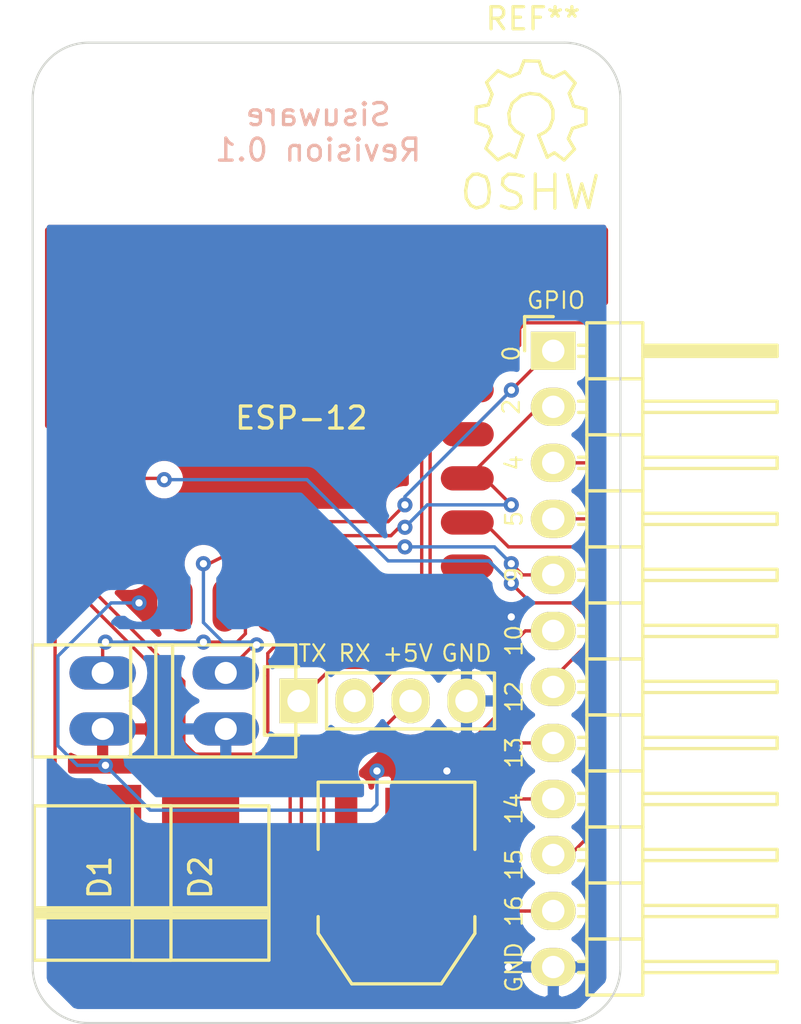
<source format=kicad_pcb>
(kicad_pcb (version 4) (host pcbnew 4.0.2+e4-6225~38~ubuntu16.04.1-stable)

  (general
    (links 23)
    (no_connects 0)
    (area 143.0676 93.08548 179.756615 139.750001)
    (thickness 1.6002)
    (drawings 28)
    (tracks 208)
    (zones 0)
    (modules 9)
    (nets 23)
  )

  (page A4)
  (layers
    (0 Top signal)
    (31 Bottom signal)
    (33 F.Adhes user hide)
    (34 B.Paste user hide)
    (35 F.Paste user hide)
    (36 B.SilkS user)
    (37 F.SilkS user)
    (38 B.Mask user hide)
    (39 F.Mask user hide)
    (40 Dwgs.User user hide)
    (41 Cmts.User user hide)
    (42 Eco1.User user)
    (43 Eco2.User user)
    (44 Edge.Cuts user)
    (45 Margin user)
    (47 F.CrtYd user hide)
    (49 F.Fab user)
  )

  (setup
    (last_trace_width 0.1524)
    (trace_clearance 0.1524)
    (zone_clearance 0.508)
    (zone_45_only no)
    (trace_min 0.1524)
    (segment_width 0.2)
    (edge_width 0.1)
    (via_size 0.6858)
    (via_drill 0.3302)
    (via_min_size 0.6858)
    (via_min_drill 0.3302)
    (uvia_size 0.762)
    (uvia_drill 0.508)
    (uvias_allowed no)
    (uvia_min_size 0)
    (uvia_min_drill 0)
    (pcb_text_width 0.3)
    (pcb_text_size 1.5 1.5)
    (mod_edge_width 0.15)
    (mod_text_size 1 1)
    (mod_text_width 0.15)
    (pad_size 1.50622 3.01498)
    (pad_drill 0.99822)
    (pad_to_mask_clearance 0)
    (aux_axis_origin 0 0)
    (visible_elements FFFEFF7F)
    (pcbplotparams
      (layerselection 0x01030_80000001)
      (usegerberextensions false)
      (excludeedgelayer true)
      (linewidth 0.100000)
      (plotframeref false)
      (viasonmask false)
      (mode 1)
      (useauxorigin false)
      (hpglpennumber 1)
      (hpglpenspeed 20)
      (hpglpendiameter 15)
      (hpglpenoverlay 2)
      (psnegative false)
      (psa4output false)
      (plotreference true)
      (plotvalue true)
      (plotinvisibletext false)
      (padsonsilk false)
      (subtractmaskfromsilk false)
      (outputformat 1)
      (mirror false)
      (drillshape 0)
      (scaleselection 1)
      (outputdirectory ""))
  )

  (net 0 "")
  (net 1 GND)
  (net 2 GPIO2)
  (net 3 EN)
  (net 4 GPIO0)
  (net 5 GPIO4)
  (net 6 GPIO5)
  (net 7 GPIO9)
  (net 8 GPIO10)
  (net 9 GPIO12)
  (net 10 GPIO13)
  (net 11 GPIO14)
  (net 12 GPIO15)
  (net 13 GPIO16)
  (net 14 TXD0)
  (net 15 RXD0)
  (net 16 +5V)
  (net 17 "Net-(U2-Pad9)")
  (net 18 "Net-(U2-Pad10)")
  (net 19 "Net-(U2-Pad13)")
  (net 20 "Net-(U2-Pad14)")
  (net 21 RST)
  (net 22 ADC)

  (net_class Default "This is the default net class."
    (clearance 0.1524)
    (trace_width 0.1524)
    (via_dia 0.6858)
    (via_drill 0.3302)
    (uvia_dia 0.762)
    (uvia_drill 0.508)
    (add_net +5V)
    (add_net ADC)
    (add_net EN)
    (add_net GND)
    (add_net GPIO0)
    (add_net GPIO10)
    (add_net GPIO12)
    (add_net GPIO13)
    (add_net GPIO14)
    (add_net GPIO15)
    (add_net GPIO16)
    (add_net GPIO2)
    (add_net GPIO4)
    (add_net GPIO5)
    (add_net GPIO9)
    (add_net "Net-(U2-Pad10)")
    (add_net "Net-(U2-Pad13)")
    (add_net "Net-(U2-Pad14)")
    (add_net "Net-(U2-Pad9)")
    (add_net RST)
    (add_net RXD0)
    (add_net TXD0)
  )

  (module ESP8266:ESP-12E (layer Top) (tedit 5782F033) (tstamp 577FF28A)
    (at 148.5011 105.0036)
    (descr "Module, ESP-8266, ESP-12, 16 pad, SMD")
    (tags "Module ESP-8266 ESP8266")
    (path /577FEB58)
    (fp_text reference ESP-12 (at 8.4709 7.2644) (layer F.SilkS)
      (effects (font (size 1 1) (thickness 0.15)))
    )
    (fp_text value ESP-12E (at 8 1) (layer F.Fab)
      (effects (font (size 1 1) (thickness 0.15)))
    )
    (fp_line (start 16 -8.4) (end 0 -2.6) (layer F.CrtYd) (width 0.1524))
    (fp_line (start 0 -8.4) (end 16 -2.6) (layer F.CrtYd) (width 0.1524))
    (fp_text user "No Copper" (at 7.9 -5.4) (layer F.CrtYd)
      (effects (font (size 1 1) (thickness 0.15)))
    )
    (fp_line (start 0 -8.4) (end 0 -2.6) (layer F.CrtYd) (width 0.1524))
    (fp_line (start 0 -2.6) (end 16 -2.6) (layer F.CrtYd) (width 0.1524))
    (fp_line (start 16 -2.6) (end 16 -8.4) (layer F.CrtYd) (width 0.1524))
    (fp_line (start 16 -8.4) (end 0 -8.4) (layer F.CrtYd) (width 0.1524))
    (fp_line (start 16 -8.4) (end 16 15.6) (layer F.Fab) (width 0.1524))
    (fp_line (start 16 15.6) (end 0 15.6) (layer F.Fab) (width 0.1524))
    (fp_line (start 0 15.6) (end 0 -8.4) (layer F.Fab) (width 0.1524))
    (fp_line (start 0 -8.4) (end 16 -8.4) (layer F.Fab) (width 0.1524))
    (pad 9 smd oval (at 2.99 15.75 90) (size 2.4 1.1) (layers Top F.Paste F.Mask)
      (net 17 "Net-(U2-Pad9)"))
    (pad 10 smd oval (at 4.99 15.75 90) (size 2.4 1.1) (layers Top F.Paste F.Mask)
      (net 18 "Net-(U2-Pad10)"))
    (pad 11 smd oval (at 6.99 15.75 90) (size 2.4 1.1) (layers Top F.Paste F.Mask)
      (net 7 GPIO9))
    (pad 12 smd oval (at 8.99 15.75 90) (size 2.4 1.1) (layers Top F.Paste F.Mask)
      (net 8 GPIO10))
    (pad 13 smd oval (at 10.99 15.75 90) (size 2.4 1.1) (layers Top F.Paste F.Mask)
      (net 19 "Net-(U2-Pad13)"))
    (pad 14 smd oval (at 12.99 15.75 90) (size 2.4 1.1) (layers Top F.Paste F.Mask)
      (net 20 "Net-(U2-Pad14)"))
    (pad 1 smd rect (at 0 0) (size 2.4 1.1) (layers Top F.Paste F.Mask)
      (net 21 RST))
    (pad 2 smd oval (at 0 2) (size 2.4 1.1) (layers Top F.Paste F.Mask)
      (net 22 ADC))
    (pad 3 smd oval (at 0 4) (size 2.4 1.1) (layers Top F.Paste F.Mask)
      (net 3 EN))
    (pad 4 smd oval (at 0 6) (size 2.4 1.1) (layers Top F.Paste F.Mask)
      (net 13 GPIO16))
    (pad 5 smd oval (at 0 8) (size 2.4 1.1) (layers Top F.Paste F.Mask)
      (net 11 GPIO14))
    (pad 6 smd oval (at 0 10) (size 2.4 1.1) (layers Top F.Paste F.Mask)
      (net 9 GPIO12))
    (pad 7 smd oval (at 0 12) (size 2.4 1.1) (layers Top F.Paste F.Mask)
      (net 10 GPIO13))
    (pad 8 smd oval (at 0 14) (size 2.4 1.1) (layers Top F.Paste F.Mask)
      (net 3 EN))
    (pad 15 smd oval (at 16 14) (size 2.4 1.1) (layers Top F.Paste F.Mask)
      (net 1 GND))
    (pad 16 smd oval (at 16 12) (size 2.4 1.1) (layers Top F.Paste F.Mask)
      (net 12 GPIO15))
    (pad 17 smd oval (at 16 10) (size 2.4 1.1) (layers Top F.Paste F.Mask)
      (net 2 GPIO2))
    (pad 18 smd oval (at 16 8) (size 2.4 1.1) (layers Top F.Paste F.Mask)
      (net 4 GPIO0))
    (pad 19 smd oval (at 16 6) (size 2.4 1.1) (layers Top F.Paste F.Mask)
      (net 5 GPIO4))
    (pad 20 smd oval (at 16 4) (size 2.4 1.1) (layers Top F.Paste F.Mask)
      (net 6 GPIO5))
    (pad 21 smd oval (at 16 2) (size 2.4 1.1) (layers Top F.Paste F.Mask)
      (net 15 RXD0))
    (pad 22 smd oval (at 16 0) (size 2.4 1.1) (layers Top F.Paste F.Mask)
      (net 14 TXD0))
    (model ${ESPLIB}/ESP8266.3dshapes/ESP-12.wrl
      (at (xyz 0.04 0 0))
      (scale (xyz 0.3937 0.3937 0.3937))
      (rotate (xyz 0 0 0))
    )
  )

  (module Pin_Headers:Pin_Header_Angled_1x12 (layer Top) (tedit 57830447) (tstamp 577FF260)
    (at 168.402 109.22)
    (descr "Through hole pin header")
    (tags "pin header")
    (path /577FEEC1)
    (fp_text reference P1 (at -0.508 -2.286) (layer F.SilkS) hide
      (effects (font (size 1 1) (thickness 0.15)))
    )
    (fp_text value CONN_01X12 (at 0 -3.1) (layer F.Fab)
      (effects (font (size 1 1) (thickness 0.15)))
    )
    (fp_line (start -1.5 -1.75) (end -1.5 29.7) (layer F.CrtYd) (width 0.05))
    (fp_line (start 10.65 -1.75) (end 10.65 29.7) (layer F.CrtYd) (width 0.05))
    (fp_line (start -1.5 -1.75) (end 10.65 -1.75) (layer F.CrtYd) (width 0.05))
    (fp_line (start -1.5 29.7) (end 10.65 29.7) (layer F.CrtYd) (width 0.05))
    (fp_line (start -1.3 -1.55) (end -1.3 0) (layer F.SilkS) (width 0.15))
    (fp_line (start 0 -1.55) (end -1.3 -1.55) (layer F.SilkS) (width 0.15))
    (fp_line (start 4.191 -0.127) (end 10.033 -0.127) (layer F.SilkS) (width 0.15))
    (fp_line (start 10.033 -0.127) (end 10.033 0.127) (layer F.SilkS) (width 0.15))
    (fp_line (start 10.033 0.127) (end 4.191 0.127) (layer F.SilkS) (width 0.15))
    (fp_line (start 4.191 0.127) (end 4.191 0) (layer F.SilkS) (width 0.15))
    (fp_line (start 4.191 0) (end 10.033 0) (layer F.SilkS) (width 0.15))
    (fp_line (start 1.524 17.526) (end 1.143 17.526) (layer F.SilkS) (width 0.15))
    (fp_line (start 1.524 18.034) (end 1.143 18.034) (layer F.SilkS) (width 0.15))
    (fp_line (start 1.524 20.066) (end 1.143 20.066) (layer F.SilkS) (width 0.15))
    (fp_line (start 1.524 20.574) (end 1.143 20.574) (layer F.SilkS) (width 0.15))
    (fp_line (start 1.524 22.606) (end 1.143 22.606) (layer F.SilkS) (width 0.15))
    (fp_line (start 1.524 23.114) (end 1.143 23.114) (layer F.SilkS) (width 0.15))
    (fp_line (start 1.524 25.146) (end 1.143 25.146) (layer F.SilkS) (width 0.15))
    (fp_line (start 1.524 25.654) (end 1.143 25.654) (layer F.SilkS) (width 0.15))
    (fp_line (start 1.524 28.194) (end 1.143 28.194) (layer F.SilkS) (width 0.15))
    (fp_line (start 1.524 27.686) (end 1.143 27.686) (layer F.SilkS) (width 0.15))
    (fp_line (start 1.524 -0.254) (end 1.143 -0.254) (layer F.SilkS) (width 0.15))
    (fp_line (start 1.524 0.254) (end 1.143 0.254) (layer F.SilkS) (width 0.15))
    (fp_line (start 1.524 2.286) (end 1.143 2.286) (layer F.SilkS) (width 0.15))
    (fp_line (start 1.524 2.794) (end 1.143 2.794) (layer F.SilkS) (width 0.15))
    (fp_line (start 1.524 4.826) (end 1.143 4.826) (layer F.SilkS) (width 0.15))
    (fp_line (start 1.524 5.334) (end 1.143 5.334) (layer F.SilkS) (width 0.15))
    (fp_line (start 1.524 15.494) (end 1.143 15.494) (layer F.SilkS) (width 0.15))
    (fp_line (start 1.524 14.986) (end 1.143 14.986) (layer F.SilkS) (width 0.15))
    (fp_line (start 1.524 12.954) (end 1.143 12.954) (layer F.SilkS) (width 0.15))
    (fp_line (start 1.524 12.446) (end 1.143 12.446) (layer F.SilkS) (width 0.15))
    (fp_line (start 1.524 10.414) (end 1.143 10.414) (layer F.SilkS) (width 0.15))
    (fp_line (start 1.524 9.906) (end 1.143 9.906) (layer F.SilkS) (width 0.15))
    (fp_line (start 1.524 7.874) (end 1.143 7.874) (layer F.SilkS) (width 0.15))
    (fp_line (start 1.524 7.366) (end 1.143 7.366) (layer F.SilkS) (width 0.15))
    (fp_line (start 1.524 13.97) (end 4.064 13.97) (layer F.SilkS) (width 0.15))
    (fp_line (start 1.524 13.97) (end 1.524 16.51) (layer F.SilkS) (width 0.15))
    (fp_line (start 1.524 16.51) (end 4.064 16.51) (layer F.SilkS) (width 0.15))
    (fp_line (start 4.064 14.986) (end 10.16 14.986) (layer F.SilkS) (width 0.15))
    (fp_line (start 10.16 14.986) (end 10.16 15.494) (layer F.SilkS) (width 0.15))
    (fp_line (start 10.16 15.494) (end 4.064 15.494) (layer F.SilkS) (width 0.15))
    (fp_line (start 4.064 16.51) (end 4.064 13.97) (layer F.SilkS) (width 0.15))
    (fp_line (start 4.064 19.05) (end 4.064 16.51) (layer F.SilkS) (width 0.15))
    (fp_line (start 10.16 18.034) (end 4.064 18.034) (layer F.SilkS) (width 0.15))
    (fp_line (start 10.16 17.526) (end 10.16 18.034) (layer F.SilkS) (width 0.15))
    (fp_line (start 4.064 17.526) (end 10.16 17.526) (layer F.SilkS) (width 0.15))
    (fp_line (start 1.524 19.05) (end 4.064 19.05) (layer F.SilkS) (width 0.15))
    (fp_line (start 1.524 16.51) (end 1.524 19.05) (layer F.SilkS) (width 0.15))
    (fp_line (start 1.524 16.51) (end 4.064 16.51) (layer F.SilkS) (width 0.15))
    (fp_line (start 1.524 21.59) (end 4.064 21.59) (layer F.SilkS) (width 0.15))
    (fp_line (start 1.524 21.59) (end 1.524 24.13) (layer F.SilkS) (width 0.15))
    (fp_line (start 1.524 24.13) (end 4.064 24.13) (layer F.SilkS) (width 0.15))
    (fp_line (start 4.064 22.606) (end 10.16 22.606) (layer F.SilkS) (width 0.15))
    (fp_line (start 10.16 22.606) (end 10.16 23.114) (layer F.SilkS) (width 0.15))
    (fp_line (start 10.16 23.114) (end 4.064 23.114) (layer F.SilkS) (width 0.15))
    (fp_line (start 4.064 24.13) (end 4.064 21.59) (layer F.SilkS) (width 0.15))
    (fp_line (start 4.064 21.59) (end 4.064 19.05) (layer F.SilkS) (width 0.15))
    (fp_line (start 10.16 20.574) (end 4.064 20.574) (layer F.SilkS) (width 0.15))
    (fp_line (start 10.16 20.066) (end 10.16 20.574) (layer F.SilkS) (width 0.15))
    (fp_line (start 4.064 20.066) (end 10.16 20.066) (layer F.SilkS) (width 0.15))
    (fp_line (start 1.524 21.59) (end 4.064 21.59) (layer F.SilkS) (width 0.15))
    (fp_line (start 1.524 19.05) (end 1.524 21.59) (layer F.SilkS) (width 0.15))
    (fp_line (start 1.524 19.05) (end 4.064 19.05) (layer F.SilkS) (width 0.15))
    (fp_line (start 1.524 26.67) (end 4.064 26.67) (layer F.SilkS) (width 0.15))
    (fp_line (start 1.524 26.67) (end 1.524 29.21) (layer F.SilkS) (width 0.15))
    (fp_line (start 1.524 29.21) (end 4.064 29.21) (layer F.SilkS) (width 0.15))
    (fp_line (start 4.064 27.686) (end 10.16 27.686) (layer F.SilkS) (width 0.15))
    (fp_line (start 10.16 27.686) (end 10.16 28.194) (layer F.SilkS) (width 0.15))
    (fp_line (start 10.16 28.194) (end 4.064 28.194) (layer F.SilkS) (width 0.15))
    (fp_line (start 4.064 29.21) (end 4.064 26.67) (layer F.SilkS) (width 0.15))
    (fp_line (start 4.064 26.67) (end 4.064 24.13) (layer F.SilkS) (width 0.15))
    (fp_line (start 10.16 25.654) (end 4.064 25.654) (layer F.SilkS) (width 0.15))
    (fp_line (start 10.16 25.146) (end 10.16 25.654) (layer F.SilkS) (width 0.15))
    (fp_line (start 4.064 25.146) (end 10.16 25.146) (layer F.SilkS) (width 0.15))
    (fp_line (start 1.524 26.67) (end 4.064 26.67) (layer F.SilkS) (width 0.15))
    (fp_line (start 1.524 24.13) (end 1.524 26.67) (layer F.SilkS) (width 0.15))
    (fp_line (start 1.524 24.13) (end 4.064 24.13) (layer F.SilkS) (width 0.15))
    (fp_line (start 1.524 -1.27) (end 4.064 -1.27) (layer F.SilkS) (width 0.15))
    (fp_line (start 1.524 1.27) (end 4.064 1.27) (layer F.SilkS) (width 0.15))
    (fp_line (start 1.524 1.27) (end 1.524 3.81) (layer F.SilkS) (width 0.15))
    (fp_line (start 1.524 3.81) (end 4.064 3.81) (layer F.SilkS) (width 0.15))
    (fp_line (start 4.064 2.286) (end 10.16 2.286) (layer F.SilkS) (width 0.15))
    (fp_line (start 10.16 2.286) (end 10.16 2.794) (layer F.SilkS) (width 0.15))
    (fp_line (start 10.16 2.794) (end 4.064 2.794) (layer F.SilkS) (width 0.15))
    (fp_line (start 4.064 3.81) (end 4.064 1.27) (layer F.SilkS) (width 0.15))
    (fp_line (start 4.064 1.27) (end 4.064 -1.27) (layer F.SilkS) (width 0.15))
    (fp_line (start 10.16 0.254) (end 4.064 0.254) (layer F.SilkS) (width 0.15))
    (fp_line (start 10.16 -0.254) (end 10.16 0.254) (layer F.SilkS) (width 0.15))
    (fp_line (start 4.064 -0.254) (end 10.16 -0.254) (layer F.SilkS) (width 0.15))
    (fp_line (start 1.524 1.27) (end 4.064 1.27) (layer F.SilkS) (width 0.15))
    (fp_line (start 1.524 -1.27) (end 1.524 1.27) (layer F.SilkS) (width 0.15))
    (fp_line (start 1.524 8.89) (end 4.064 8.89) (layer F.SilkS) (width 0.15))
    (fp_line (start 1.524 8.89) (end 1.524 11.43) (layer F.SilkS) (width 0.15))
    (fp_line (start 1.524 11.43) (end 4.064 11.43) (layer F.SilkS) (width 0.15))
    (fp_line (start 4.064 9.906) (end 10.16 9.906) (layer F.SilkS) (width 0.15))
    (fp_line (start 10.16 9.906) (end 10.16 10.414) (layer F.SilkS) (width 0.15))
    (fp_line (start 10.16 10.414) (end 4.064 10.414) (layer F.SilkS) (width 0.15))
    (fp_line (start 4.064 11.43) (end 4.064 8.89) (layer F.SilkS) (width 0.15))
    (fp_line (start 4.064 13.97) (end 4.064 11.43) (layer F.SilkS) (width 0.15))
    (fp_line (start 10.16 12.954) (end 4.064 12.954) (layer F.SilkS) (width 0.15))
    (fp_line (start 10.16 12.446) (end 10.16 12.954) (layer F.SilkS) (width 0.15))
    (fp_line (start 4.064 12.446) (end 10.16 12.446) (layer F.SilkS) (width 0.15))
    (fp_line (start 1.524 13.97) (end 4.064 13.97) (layer F.SilkS) (width 0.15))
    (fp_line (start 1.524 11.43) (end 1.524 13.97) (layer F.SilkS) (width 0.15))
    (fp_line (start 1.524 11.43) (end 4.064 11.43) (layer F.SilkS) (width 0.15))
    (fp_line (start 1.524 6.35) (end 4.064 6.35) (layer F.SilkS) (width 0.15))
    (fp_line (start 1.524 6.35) (end 1.524 8.89) (layer F.SilkS) (width 0.15))
    (fp_line (start 1.524 8.89) (end 4.064 8.89) (layer F.SilkS) (width 0.15))
    (fp_line (start 4.064 7.366) (end 10.16 7.366) (layer F.SilkS) (width 0.15))
    (fp_line (start 10.16 7.366) (end 10.16 7.874) (layer F.SilkS) (width 0.15))
    (fp_line (start 10.16 7.874) (end 4.064 7.874) (layer F.SilkS) (width 0.15))
    (fp_line (start 4.064 8.89) (end 4.064 6.35) (layer F.SilkS) (width 0.15))
    (fp_line (start 4.064 6.35) (end 4.064 3.81) (layer F.SilkS) (width 0.15))
    (fp_line (start 10.16 5.334) (end 4.064 5.334) (layer F.SilkS) (width 0.15))
    (fp_line (start 10.16 4.826) (end 10.16 5.334) (layer F.SilkS) (width 0.15))
    (fp_line (start 4.064 4.826) (end 10.16 4.826) (layer F.SilkS) (width 0.15))
    (fp_line (start 1.524 6.35) (end 4.064 6.35) (layer F.SilkS) (width 0.15))
    (fp_line (start 1.524 3.81) (end 1.524 6.35) (layer F.SilkS) (width 0.15))
    (fp_line (start 1.524 3.81) (end 4.064 3.81) (layer F.SilkS) (width 0.15))
    (pad 1 thru_hole rect (at 0 0) (size 2.032 1.7272) (drill 1.016) (layers *.Cu *.Mask F.SilkS)
      (net 4 GPIO0))
    (pad 2 thru_hole oval (at 0 2.54) (size 2.032 1.7272) (drill 1.016) (layers *.Cu *.Mask F.SilkS)
      (net 2 GPIO2))
    (pad 3 thru_hole oval (at 0 5.08) (size 2.032 1.7272) (drill 1.016) (layers *.Cu *.Mask F.SilkS)
      (net 5 GPIO4))
    (pad 4 thru_hole oval (at 0 7.62) (size 2.032 1.7272) (drill 1.016) (layers *.Cu *.Mask F.SilkS)
      (net 6 GPIO5))
    (pad 5 thru_hole oval (at 0 10.16) (size 2.032 1.7272) (drill 1.016) (layers *.Cu *.Mask F.SilkS)
      (net 7 GPIO9))
    (pad 6 thru_hole oval (at 0 12.7) (size 2.032 1.7272) (drill 1.016) (layers *.Cu *.Mask F.SilkS)
      (net 8 GPIO10))
    (pad 7 thru_hole oval (at 0 15.24) (size 2.032 1.7272) (drill 1.016) (layers *.Cu *.Mask F.SilkS)
      (net 9 GPIO12))
    (pad 8 thru_hole oval (at 0 17.78) (size 2.032 1.7272) (drill 1.016) (layers *.Cu *.Mask F.SilkS)
      (net 10 GPIO13))
    (pad 9 thru_hole oval (at 0 20.32) (size 2.032 1.7272) (drill 1.016) (layers *.Cu *.Mask F.SilkS)
      (net 11 GPIO14))
    (pad 10 thru_hole oval (at 0 22.86) (size 2.032 1.7272) (drill 1.016) (layers *.Cu *.Mask F.SilkS)
      (net 12 GPIO15))
    (pad 11 thru_hole oval (at 0 25.4) (size 2.032 1.7272) (drill 1.016) (layers *.Cu *.Mask F.SilkS)
      (net 13 GPIO16))
    (pad 12 thru_hole oval (at 0 27.94) (size 2.032 1.7272) (drill 1.016) (layers *.Cu *.Mask F.SilkS)
      (net 1 GND))
    (model Pin_Headers.3dshapes/Pin_Header_Angled_1x12.wrl
      (at (xyz 0 -0.55 0))
      (scale (xyz 1 1 1))
      (rotate (xyz 0 0 90))
    )
  )

  (module Diodes:DIODE_DO214AB-SMC (layer Top) (tedit 5782EF99) (tstamp 577FF244)
    (at 152.4 133.35 180)
    (path /577F3C4F)
    (fp_text reference D2 (at 0 0.254 270) (layer F.SilkS)
      (effects (font (size 1 1) (thickness 0.15)))
    )
    (fp_text value D (at -4 0 270) (layer F.Fab) hide
      (effects (font (size 1 1) (thickness 0.15)))
    )
    (fp_line (start 3 -1.2) (end -3 -1.2) (layer F.SilkS) (width 0.3))
    (fp_line (start -3.1 -3.5) (end 3.1 -3.5) (layer F.SilkS) (width 0.15))
    (fp_line (start 3.1 -3.5) (end 3.1 3.5) (layer F.SilkS) (width 0.15))
    (fp_line (start 3.1 3.5) (end -3.1 3.5) (layer F.SilkS) (width 0.15))
    (fp_line (start -3.1 3.5) (end -3.1 -3.5) (layer F.SilkS) (width 0.15))
    (fp_line (start 3 -1.5) (end -3 -1.5) (layer F.SilkS) (width 0.3))
    (pad C smd rect (at 0 -3.2 180) (size 3.5 2.5) (layers Top F.Paste F.Mask))
    (pad A smd rect (at 0 3.2 180) (size 3.5 2.5) (layers Top F.Paste F.Mask))
  )

  (module Diodes:DIODE_DO214AB-SMC (layer Top) (tedit 5782EF9B) (tstamp 577FF23E)
    (at 147.955 133.35 180)
    (path /577F3D19)
    (fp_text reference D1 (at 0.127 0.254 270) (layer F.SilkS)
      (effects (font (size 1 1) (thickness 0.15)))
    )
    (fp_text value D (at -4 0 270) (layer F.Fab) hide
      (effects (font (size 1 1) (thickness 0.15)))
    )
    (fp_line (start 3 -1.2) (end -3 -1.2) (layer F.SilkS) (width 0.3))
    (fp_line (start -3.1 -3.5) (end 3.1 -3.5) (layer F.SilkS) (width 0.15))
    (fp_line (start 3.1 -3.5) (end 3.1 3.5) (layer F.SilkS) (width 0.15))
    (fp_line (start 3.1 3.5) (end -3.1 3.5) (layer F.SilkS) (width 0.15))
    (fp_line (start -3.1 3.5) (end -3.1 -3.5) (layer F.SilkS) (width 0.15))
    (fp_line (start 3 -1.5) (end -3 -1.5) (layer F.SilkS) (width 0.3))
    (pad C smd rect (at 0 -3.2 180) (size 3.5 2.5) (layers Top F.Paste F.Mask))
    (pad A smd rect (at 0 3.2 180) (size 3.5 2.5) (layers Top F.Paste F.Mask))
  )

  (module Connect:PINHEAD1-2 (layer Top) (tedit 578304EA) (tstamp 577FF24A)
    (at 153.543 125.095 270)
    (path /577F2FF3)
    (attr virtual)
    (fp_text reference F1 (at -0.127 -1.778 270) (layer F.SilkS) hide
      (effects (font (size 1 1) (thickness 0.15)))
    )
    (fp_text value JUMPER (at 0 3.81 270) (layer F.Fab)
      (effects (font (size 1 1) (thickness 0.15)))
    )
    (fp_line (start 2.54 -1.27) (end -2.54 -1.27) (layer F.SilkS) (width 0.15))
    (fp_line (start 2.54 3.175) (end -2.54 3.175) (layer F.SilkS) (width 0.15))
    (fp_line (start -2.54 -3.175) (end 2.54 -3.175) (layer F.SilkS) (width 0.15))
    (fp_line (start -2.54 -3.175) (end -2.54 3.175) (layer F.SilkS) (width 0.15))
    (fp_line (start 2.54 -3.175) (end 2.54 3.175) (layer F.SilkS) (width 0.15))
    (pad 1 thru_hole oval (at -1.27 0 270) (size 1.50622 3.01498) (drill 0.99822) (layers *.Cu *.Mask)
      (net 4 GPIO0))
    (pad 2 thru_hole oval (at 1.27 0 270) (size 1.50622 3.01498) (drill 0.99822) (layers *.Cu *.Mask)
      (net 1 GND))
  )

  (module Connect:PINHEAD1-2 (layer Top) (tedit 5783043E) (tstamp 577FF250)
    (at 147.955 125.095 270)
    (path /577F3EB2)
    (attr virtual)
    (fp_text reference F2 (at 0.127 2.159 270) (layer F.SilkS) hide
      (effects (font (size 1 1) (thickness 0.15)))
    )
    (fp_text value JUMPER (at 0 3.81 270) (layer F.Fab)
      (effects (font (size 1 1) (thickness 0.15)))
    )
    (fp_line (start 2.54 -1.27) (end -2.54 -1.27) (layer F.SilkS) (width 0.15))
    (fp_line (start 2.54 3.175) (end -2.54 3.175) (layer F.SilkS) (width 0.15))
    (fp_line (start -2.54 -3.175) (end 2.54 -3.175) (layer F.SilkS) (width 0.15))
    (fp_line (start -2.54 -3.175) (end -2.54 3.175) (layer F.SilkS) (width 0.15))
    (fp_line (start 2.54 -3.175) (end 2.54 3.175) (layer F.SilkS) (width 0.15))
    (pad 1 thru_hole oval (at -1.27 0 270) (size 1.50622 3.01498) (drill 0.99822) (layers *.Cu *.Mask)
      (net 2 GPIO2))
    (pad 2 thru_hole oval (at 1.27 0 270) (size 1.50622 3.01498) (drill 0.99822) (layers *.Cu *.Mask)
      (net 3 EN))
  )

  (module Pin_Headers:Pin_Header_Straight_1x04 (layer Top) (tedit 57830437) (tstamp 577FF268)
    (at 156.845 125.095 90)
    (descr "Through hole pin header")
    (tags "pin header")
    (path /577FEF8B)
    (fp_text reference P2 (at 1.905 4.953 180) (layer F.SilkS) hide
      (effects (font (size 1 1) (thickness 0.15)))
    )
    (fp_text value UART (at 0 -3.1 90) (layer F.Fab)
      (effects (font (size 1 1) (thickness 0.15)))
    )
    (fp_line (start -1.75 -1.75) (end -1.75 9.4) (layer F.CrtYd) (width 0.05))
    (fp_line (start 1.75 -1.75) (end 1.75 9.4) (layer F.CrtYd) (width 0.05))
    (fp_line (start -1.75 -1.75) (end 1.75 -1.75) (layer F.CrtYd) (width 0.05))
    (fp_line (start -1.75 9.4) (end 1.75 9.4) (layer F.CrtYd) (width 0.05))
    (fp_line (start -1.27 1.27) (end -1.27 8.89) (layer F.SilkS) (width 0.15))
    (fp_line (start 1.27 1.27) (end 1.27 8.89) (layer F.SilkS) (width 0.15))
    (fp_line (start 1.55 -1.55) (end 1.55 0) (layer F.SilkS) (width 0.15))
    (fp_line (start -1.27 8.89) (end 1.27 8.89) (layer F.SilkS) (width 0.15))
    (fp_line (start 1.27 1.27) (end -1.27 1.27) (layer F.SilkS) (width 0.15))
    (fp_line (start -1.55 0) (end -1.55 -1.55) (layer F.SilkS) (width 0.15))
    (fp_line (start -1.55 -1.55) (end 1.55 -1.55) (layer F.SilkS) (width 0.15))
    (pad 1 thru_hole rect (at 0 0 90) (size 2.032 1.7272) (drill 1.016) (layers *.Cu *.Mask F.SilkS)
      (net 14 TXD0))
    (pad 2 thru_hole oval (at 0 2.54 90) (size 2.032 1.7272) (drill 1.016) (layers *.Cu *.Mask F.SilkS)
      (net 15 RXD0))
    (pad 3 thru_hole oval (at 0 5.08 90) (size 2.032 1.7272) (drill 1.016) (layers *.Cu *.Mask F.SilkS)
      (net 16 +5V))
    (pad 4 thru_hole oval (at 0 7.62 90) (size 2.032 1.7272) (drill 1.016) (layers *.Cu *.Mask F.SilkS)
      (net 1 GND))
    (model Pin_Headers.3dshapes/Pin_Header_Straight_1x04.wrl
      (at (xyz 0 -0.15 0))
      (scale (xyz 1 1 1))
      (rotate (xyz 0 0 90))
    )
  )

  (module TO_SOT_Packages_SMD:SOT-223 (layer Top) (tedit 57830429) (tstamp 577FF270)
    (at 161.29 133.35 180)
    (descr "module CMS SOT223 4 pins")
    (tags "CMS SOT")
    (path /577F2F34)
    (attr smd)
    (fp_text reference U1 (at 0 -0.762 180) (layer F.SilkS) hide
      (effects (font (size 1 1) (thickness 0.15)))
    )
    (fp_text value LD1117S33TR (at 0 0.762 180) (layer F.Fab)
      (effects (font (size 1 1) (thickness 0.15)))
    )
    (fp_line (start -3.556 1.524) (end -3.556 4.572) (layer F.SilkS) (width 0.15))
    (fp_line (start -3.556 4.572) (end 3.556 4.572) (layer F.SilkS) (width 0.15))
    (fp_line (start 3.556 4.572) (end 3.556 1.524) (layer F.SilkS) (width 0.15))
    (fp_line (start -3.556 -1.524) (end -3.556 -2.286) (layer F.SilkS) (width 0.15))
    (fp_line (start -3.556 -2.286) (end -2.032 -4.572) (layer F.SilkS) (width 0.15))
    (fp_line (start -2.032 -4.572) (end 2.032 -4.572) (layer F.SilkS) (width 0.15))
    (fp_line (start 2.032 -4.572) (end 3.556 -2.286) (layer F.SilkS) (width 0.15))
    (fp_line (start 3.556 -2.286) (end 3.556 -1.524) (layer F.SilkS) (width 0.15))
    (pad 4 smd rect (at 0 -3.302 180) (size 3.6576 2.032) (layers Top F.Paste F.Mask))
    (pad 2 smd rect (at 0 3.302 180) (size 1.016 2.032) (layers Top F.Paste F.Mask)
      (net 3 EN))
    (pad 3 smd rect (at 2.286 3.302 180) (size 1.016 2.032) (layers Top F.Paste F.Mask)
      (net 16 +5V))
    (pad 1 smd rect (at -2.286 3.302 180) (size 1.016 2.032) (layers Top F.Paste F.Mask)
      (net 1 GND))
    (model TO_SOT_Packages_SMD.3dshapes/SOT-223.wrl
      (at (xyz 0 0 0))
      (scale (xyz 0.4 0.4 0.4))
      (rotate (xyz 0 0 0))
    )
  )

  (module Symbols:Symbol_OSHW-Logo_SilkScreen (layer Top) (tedit 0) (tstamp 5782F165)
    (at 167.386 98.552)
    (descr "Symbol, OSHW-Logo, Silk Screen,")
    (tags "Symbol, OSHW-Logo, Silk Screen,")
    (fp_text reference REF** (at 0.09906 -4.38912) (layer F.SilkS)
      (effects (font (size 1 1) (thickness 0.15)))
    )
    (fp_text value Symbol_OSHW-Logo_SilkScreen (at 0.30988 6.56082) (layer F.Fab)
      (effects (font (size 1 1) (thickness 0.15)))
    )
    (fp_line (start 1.66878 2.68986) (end 2.02946 4.16052) (layer F.SilkS) (width 0.15))
    (fp_line (start 2.02946 4.16052) (end 2.30886 3.0988) (layer F.SilkS) (width 0.15))
    (fp_line (start 2.30886 3.0988) (end 2.61874 4.17068) (layer F.SilkS) (width 0.15))
    (fp_line (start 2.61874 4.17068) (end 2.9591 2.72034) (layer F.SilkS) (width 0.15))
    (fp_line (start 0.24892 3.38074) (end 1.03886 3.37058) (layer F.SilkS) (width 0.15))
    (fp_line (start 1.03886 3.37058) (end 1.04902 3.38074) (layer F.SilkS) (width 0.15))
    (fp_line (start 1.04902 3.38074) (end 1.04902 3.37058) (layer F.SilkS) (width 0.15))
    (fp_line (start 1.08966 2.65938) (end 1.08966 4.20116) (layer F.SilkS) (width 0.15))
    (fp_line (start 0.20066 2.64922) (end 0.20066 4.21894) (layer F.SilkS) (width 0.15))
    (fp_line (start 0.20066 4.21894) (end 0.21082 4.20878) (layer F.SilkS) (width 0.15))
    (fp_line (start -0.35052 2.75082) (end -0.70104 2.66954) (layer F.SilkS) (width 0.15))
    (fp_line (start -0.70104 2.66954) (end -1.02108 2.65938) (layer F.SilkS) (width 0.15))
    (fp_line (start -1.02108 2.65938) (end -1.25984 2.86004) (layer F.SilkS) (width 0.15))
    (fp_line (start -1.25984 2.86004) (end -1.29032 3.12928) (layer F.SilkS) (width 0.15))
    (fp_line (start -1.29032 3.12928) (end -1.04902 3.37058) (layer F.SilkS) (width 0.15))
    (fp_line (start -1.04902 3.37058) (end -0.6604 3.50012) (layer F.SilkS) (width 0.15))
    (fp_line (start -0.6604 3.50012) (end -0.48006 3.66014) (layer F.SilkS) (width 0.15))
    (fp_line (start -0.48006 3.66014) (end -0.43942 3.95986) (layer F.SilkS) (width 0.15))
    (fp_line (start -0.43942 3.95986) (end -0.67056 4.18084) (layer F.SilkS) (width 0.15))
    (fp_line (start -0.67056 4.18084) (end -0.9906 4.20878) (layer F.SilkS) (width 0.15))
    (fp_line (start -0.9906 4.20878) (end -1.34112 4.09956) (layer F.SilkS) (width 0.15))
    (fp_line (start -2.37998 2.64922) (end -2.6289 2.66954) (layer F.SilkS) (width 0.15))
    (fp_line (start -2.6289 2.66954) (end -2.8702 2.91084) (layer F.SilkS) (width 0.15))
    (fp_line (start -2.8702 2.91084) (end -2.9591 3.40106) (layer F.SilkS) (width 0.15))
    (fp_line (start -2.9591 3.40106) (end -2.93116 3.74904) (layer F.SilkS) (width 0.15))
    (fp_line (start -2.93116 3.74904) (end -2.7305 4.06908) (layer F.SilkS) (width 0.15))
    (fp_line (start -2.7305 4.06908) (end -2.47904 4.191) (layer F.SilkS) (width 0.15))
    (fp_line (start -2.47904 4.191) (end -2.16916 4.11988) (layer F.SilkS) (width 0.15))
    (fp_line (start -2.16916 4.11988) (end -1.95072 3.93954) (layer F.SilkS) (width 0.15))
    (fp_line (start -1.95072 3.93954) (end -1.8796 3.4798) (layer F.SilkS) (width 0.15))
    (fp_line (start -1.8796 3.4798) (end -1.9304 3.07086) (layer F.SilkS) (width 0.15))
    (fp_line (start -1.9304 3.07086) (end -2.03962 2.78892) (layer F.SilkS) (width 0.15))
    (fp_line (start -2.03962 2.78892) (end -2.4003 2.65938) (layer F.SilkS) (width 0.15))
    (fp_line (start -1.78054 0.92964) (end -2.03962 1.49098) (layer F.SilkS) (width 0.15))
    (fp_line (start -2.03962 1.49098) (end -1.50114 2.00914) (layer F.SilkS) (width 0.15))
    (fp_line (start -1.50114 2.00914) (end -0.98044 1.7399) (layer F.SilkS) (width 0.15))
    (fp_line (start -0.98044 1.7399) (end -0.70104 1.89992) (layer F.SilkS) (width 0.15))
    (fp_line (start 0.73914 1.8796) (end 1.06934 1.6891) (layer F.SilkS) (width 0.15))
    (fp_line (start 1.06934 1.6891) (end 1.50876 2.0193) (layer F.SilkS) (width 0.15))
    (fp_line (start 1.50876 2.0193) (end 1.9812 1.52908) (layer F.SilkS) (width 0.15))
    (fp_line (start 1.9812 1.52908) (end 1.69926 1.04902) (layer F.SilkS) (width 0.15))
    (fp_line (start 1.69926 1.04902) (end 1.88976 0.57912) (layer F.SilkS) (width 0.15))
    (fp_line (start 1.88976 0.57912) (end 2.49936 0.39116) (layer F.SilkS) (width 0.15))
    (fp_line (start 2.49936 0.39116) (end 2.49936 -0.28956) (layer F.SilkS) (width 0.15))
    (fp_line (start 2.49936 -0.28956) (end 1.94056 -0.42926) (layer F.SilkS) (width 0.15))
    (fp_line (start 1.94056 -0.42926) (end 1.7399 -1.00076) (layer F.SilkS) (width 0.15))
    (fp_line (start 1.7399 -1.00076) (end 2.00914 -1.47066) (layer F.SilkS) (width 0.15))
    (fp_line (start 2.00914 -1.47066) (end 1.53924 -1.9812) (layer F.SilkS) (width 0.15))
    (fp_line (start 1.53924 -1.9812) (end 1.02108 -1.71958) (layer F.SilkS) (width 0.15))
    (fp_line (start 1.02108 -1.71958) (end 0.55118 -1.92024) (layer F.SilkS) (width 0.15))
    (fp_line (start 0.55118 -1.92024) (end 0.381 -2.46126) (layer F.SilkS) (width 0.15))
    (fp_line (start 0.381 -2.46126) (end -0.30988 -2.47904) (layer F.SilkS) (width 0.15))
    (fp_line (start -0.30988 -2.47904) (end -0.5207 -1.9304) (layer F.SilkS) (width 0.15))
    (fp_line (start -0.5207 -1.9304) (end -0.9398 -1.76022) (layer F.SilkS) (width 0.15))
    (fp_line (start -0.9398 -1.76022) (end -1.49098 -2.02946) (layer F.SilkS) (width 0.15))
    (fp_line (start -1.49098 -2.02946) (end -2.00914 -1.50114) (layer F.SilkS) (width 0.15))
    (fp_line (start -2.00914 -1.50114) (end -1.76022 -0.96012) (layer F.SilkS) (width 0.15))
    (fp_line (start -1.76022 -0.96012) (end -1.9304 -0.48006) (layer F.SilkS) (width 0.15))
    (fp_line (start -1.9304 -0.48006) (end -2.47904 -0.381) (layer F.SilkS) (width 0.15))
    (fp_line (start -2.47904 -0.381) (end -2.4892 0.32004) (layer F.SilkS) (width 0.15))
    (fp_line (start -2.4892 0.32004) (end -1.9304 0.5207) (layer F.SilkS) (width 0.15))
    (fp_line (start -1.9304 0.5207) (end -1.7907 0.91948) (layer F.SilkS) (width 0.15))
    (fp_line (start 0.35052 0.89916) (end 0.65024 0.7493) (layer F.SilkS) (width 0.15))
    (fp_line (start 0.65024 0.7493) (end 0.8509 0.55118) (layer F.SilkS) (width 0.15))
    (fp_line (start 0.8509 0.55118) (end 1.00076 0.14986) (layer F.SilkS) (width 0.15))
    (fp_line (start 1.00076 0.14986) (end 1.00076 -0.24892) (layer F.SilkS) (width 0.15))
    (fp_line (start 1.00076 -0.24892) (end 0.8509 -0.59944) (layer F.SilkS) (width 0.15))
    (fp_line (start 0.8509 -0.59944) (end 0.39878 -0.94996) (layer F.SilkS) (width 0.15))
    (fp_line (start 0.39878 -0.94996) (end -0.0508 -1.00076) (layer F.SilkS) (width 0.15))
    (fp_line (start -0.0508 -1.00076) (end -0.44958 -0.89916) (layer F.SilkS) (width 0.15))
    (fp_line (start -0.44958 -0.89916) (end -0.8509 -0.55118) (layer F.SilkS) (width 0.15))
    (fp_line (start -0.8509 -0.55118) (end -1.00076 -0.09906) (layer F.SilkS) (width 0.15))
    (fp_line (start -1.00076 -0.09906) (end -0.94996 0.39878) (layer F.SilkS) (width 0.15))
    (fp_line (start -0.94996 0.39878) (end -0.70104 0.70104) (layer F.SilkS) (width 0.15))
    (fp_line (start -0.70104 0.70104) (end -0.35052 0.89916) (layer F.SilkS) (width 0.15))
    (fp_line (start -0.35052 0.89916) (end -0.70104 1.89992) (layer F.SilkS) (width 0.15))
    (fp_line (start 0.35052 0.89916) (end 0.7493 1.89992) (layer F.SilkS) (width 0.15))
  )

  (gr_text "GND	" (at 166.624 136.906 90) (layer F.SilkS)
    (effects (font (size 0.75 0.75) (thickness 0.1)))
  )
  (gr_text 16 (at 166.624 134.62 90) (layer F.SilkS)
    (effects (font (size 0.75 0.75) (thickness 0.1)))
  )
  (gr_text "15	" (at 166.624 131.826 90) (layer F.SilkS)
    (effects (font (size 0.75 0.75) (thickness 0.1)))
  )
  (gr_text "14	" (at 166.624 129.286 90) (layer F.SilkS)
    (effects (font (size 0.75 0.75) (thickness 0.1)))
  )
  (gr_text "13	" (at 166.624 126.746 90) (layer F.SilkS)
    (effects (font (size 0.75 0.75) (thickness 0.1)))
  )
  (gr_text "12	" (at 166.624 124.206 90) (layer F.SilkS)
    (effects (font (size 0.75 0.75) (thickness 0.1)))
  )
  (gr_text "10	" (at 166.624 121.666 90) (layer F.SilkS)
    (effects (font (size 0.75 0.75) (thickness 0.1)))
  )
  (gr_text 9 (at 166.624 119.38 90) (layer F.SilkS)
    (effects (font (size 0.75 0.75) (thickness 0.1)))
  )
  (gr_text 5 (at 166.624 116.84 90) (layer F.SilkS)
    (effects (font (size 0.75 0.75) (thickness 0.1)))
  )
  (gr_text 4 (at 166.624 114.3 90) (layer F.SilkS)
    (effects (font (size 0.75 0.75) (thickness 0.1)))
  )
  (gr_text 2 (at 166.497 111.76 90) (layer F.SilkS)
    (effects (font (size 0.75 0.75) (thickness 0.1)))
  )
  (gr_text "0\n" (at 166.497 109.347 90) (layer F.SilkS)
    (effects (font (size 0.75 0.75) (thickness 0.1)))
  )
  (gr_text "GPIO\n" (at 168.529 106.934) (layer F.SilkS)
    (effects (font (size 0.75 0.75) (thickness 0.1)))
  )
  (gr_text TX (at 157.48 122.936) (layer F.SilkS)
    (effects (font (size 0.75 0.75) (thickness 0.1)))
  )
  (gr_text RX (at 159.385 122.936) (layer F.SilkS)
    (effects (font (size 0.75 0.75) (thickness 0.1)))
  )
  (gr_text +5V (at 161.798 122.936) (layer F.SilkS)
    (effects (font (size 0.75 0.75) (thickness 0.1)))
  )
  (gr_text GND (at 164.465 122.936) (layer F.SilkS)
    (effects (font (size 0.75 0.75) (thickness 0.1)))
  )
  (gr_text "Sisuware\nRevision 0.1" (at 157.734 99.314) (layer B.SilkS)
    (effects (font (size 1 1) (thickness 0.15)) (justify mirror))
  )
  (gr_arc (start 147.32 137.16) (end 147.32 139.7) (angle 90) (layer Edge.Cuts) (width 0.1))
  (gr_arc (start 168.91 137.16) (end 171.45 137.16) (angle 90) (layer Edge.Cuts) (width 0.1))
  (gr_line (start 144.78 137.16) (end 144.78 125.73) (angle 90) (layer Edge.Cuts) (width 0.1))
  (gr_line (start 168.91 139.7) (end 147.32 139.7) (angle 90) (layer Edge.Cuts) (width 0.1))
  (gr_line (start 171.45 125.73) (end 171.45 137.16) (angle 90) (layer Edge.Cuts) (width 0.1))
  (gr_arc (start 147.32 97.79) (end 144.78 97.79) (angle 90) (layer Edge.Cuts) (width 0.1))
  (gr_arc (start 168.91 97.79) (end 168.91 95.25) (angle 90) (layer Edge.Cuts) (width 0.1))
  (gr_line (start 144.78 97.79) (end 144.78 125.73) (angle 90) (layer Edge.Cuts) (width 0.1))
  (gr_line (start 168.91 95.25) (end 147.32 95.25) (angle 90) (layer Edge.Cuts) (width 0.1))
  (gr_line (start 171.45 125.73) (end 171.45 97.79) (angle 90) (layer Edge.Cuts) (width 0.1))

  (segment (start 168.402 137.16) (end 166.37 137.16) (width 0.1524) (layer Top) (net 1))
  (via (at 166.37 137.16) (size 0.6858) (drill 0.3302) (layers Top Bottom) (net 1))
  (segment (start 164.5011 119.0036) (end 164.5011 119.2891) (width 0.1524) (layer Top) (net 1))
  (segment (start 164.5011 119.2891) (end 166.497 121.285) (width 0.1524) (layer Top) (net 1) (tstamp 57830067))
  (segment (start 166.497 121.285) (end 166.37 121.158) (width 0.1524) (layer Bottom) (net 1) (tstamp 57830070))
  (via (at 166.497 121.285) (size 0.6858) (drill 0.3302) (layers Top Bottom) (net 1))
  (segment (start 164.5011 119.0036) (end 165.4856 119.0036) (width 0.1524) (layer Top) (net 1))
  (segment (start 164.5011 119.0036) (end 165.2316 119.0036) (width 0.1524) (layer Top) (net 1))
  (segment (start 164.465 125.095) (end 164.465 124.333) (width 0.1524) (layer Top) (net 1))
  (segment (start 163.576 130.048) (end 163.576 128.27) (width 0.1524) (layer Top) (net 1))
  (via (at 163.576 128.27) (size 0.6858) (drill 0.3302) (layers Top Bottom) (net 1))
  (segment (start 150.495 122.428) (end 152.527 122.428) (width 0.1524) (layer Bottom) (net 2))
  (segment (start 154.813 119.126) (end 154.432 119.507) (width 0.1524) (layer Top) (net 2))
  (segment (start 154.051 122.428) (end 152.527 122.428) (width 0.1524) (layer Top) (net 2) (tstamp 57830255))
  (segment (start 154.432 122.047) (end 154.051 122.428) (width 0.1524) (layer Top) (net 2) (tstamp 57830251))
  (segment (start 154.432 119.507) (end 154.432 122.047) (width 0.1524) (layer Top) (net 2) (tstamp 57830250))
  (segment (start 166.497 116.205) (end 165.2956 115.0036) (width 0.1524) (layer Top) (net 2) (tstamp 5782FE96))
  (via (at 166.497 116.205) (size 0.6858) (drill 0.3302) (layers Top Bottom) (net 2))
  (segment (start 162.687 116.205) (end 166.497 116.205) (width 0.1524) (layer Bottom) (net 2) (tstamp 5782FE76))
  (segment (start 161.671 117.221) (end 162.687 116.205) (width 0.1524) (layer Bottom) (net 2) (tstamp 5782FE75))
  (via (at 161.671 117.221) (size 0.6858) (drill 0.3302) (layers Top Bottom) (net 2))
  (segment (start 161.417 117.221) (end 161.671 117.221) (width 0.1524) (layer Top) (net 2) (tstamp 5782FE6C))
  (segment (start 161.036 117.602) (end 161.417 117.221) (width 0.1524) (layer Top) (net 2) (tstamp 5782FE68))
  (segment (start 157.353 117.602) (end 161.036 117.602) (width 0.1524) (layer Top) (net 2) (tstamp 5782FE5F))
  (segment (start 155.829 119.126) (end 157.353 117.602) (width 0.1524) (layer Top) (net 2) (tstamp 5782FE5A))
  (segment (start 154.813 119.126) (end 155.829 119.126) (width 0.1524) (layer Top) (net 2) (tstamp 5783024E))
  (segment (start 165.2956 115.0036) (end 164.5011 115.0036) (width 0.1524) (layer Top) (net 2) (tstamp 5782FE97))
  (via (at 152.527 122.428) (size 0.6858) (drill 0.3302) (layers Top Bottom) (net 2))
  (segment (start 147.955 122.555) (end 147.955 123.825) (width 0.1524) (layer Top) (net 2) (tstamp 5782EDAB))
  (segment (start 148.082 122.428) (end 147.955 122.555) (width 0.1524) (layer Top) (net 2) (tstamp 5782EDAA))
  (via (at 148.082 122.428) (size 0.6858) (drill 0.3302) (layers Top Bottom) (net 2))
  (segment (start 150.495 122.428) (end 148.082 122.428) (width 0.1524) (layer Bottom) (net 2) (tstamp 578305F9))
  (segment (start 164.5011 115.0036) (end 163.3804 115.0036) (width 0.1524) (layer Top) (net 2))
  (segment (start 168.402 111.76) (end 167.7447 111.76) (width 0.1524) (layer Top) (net 2))
  (segment (start 167.7447 111.76) (end 164.5011 115.0036) (width 0.1524) (layer Top) (net 2) (tstamp 5782ECE4))
  (segment (start 148.082 128.016) (end 150.114 130.048) (width 0.1524) (layer Bottom) (net 3))
  (via (at 160.401 128.27) (size 0.6858) (drill 0.3302) (layers Top Bottom) (net 3))
  (segment (start 160.401 129.794) (end 160.401 128.27) (width 0.1524) (layer Bottom) (net 3) (tstamp 5782FBD8))
  (segment (start 160.147 130.048) (end 160.401 129.794) (width 0.1524) (layer Bottom) (net 3) (tstamp 5782FBCC))
  (segment (start 150.114 130.048) (end 160.147 130.048) (width 0.1524) (layer Bottom) (net 3) (tstamp 5782FBC6))
  (segment (start 149.606 120.65) (end 148.336 120.65) (width 0.1524) (layer Bottom) (net 3))
  (segment (start 148.336 120.65) (end 145.923 123.063) (width 0.1524) (layer Bottom) (net 3) (tstamp 5782FB35))
  (segment (start 145.923 123.063) (end 145.923 127.127) (width 0.1524) (layer Bottom) (net 3) (tstamp 5782FB3F))
  (segment (start 145.923 127.127) (end 146.812 128.016) (width 0.1524) (layer Bottom) (net 3) (tstamp 5782FB42))
  (segment (start 146.812 128.016) (end 148.082 128.016) (width 0.1524) (layer Bottom) (net 3) (tstamp 5782FB46))
  (via (at 149.606 120.65) (size 0.6858) (drill 0.3302) (layers Top Bottom) (net 3))
  (segment (start 147.955 127.889) (end 148.082 128.016) (width 0.1524) (layer Top) (net 3) (tstamp 5782F32C))
  (via (at 148.082 128.016) (size 0.6858) (drill 0.3302) (layers Top Bottom) (net 3))
  (segment (start 147.955 127.889) (end 147.955 126.365) (width 0.1524) (layer Top) (net 3))
  (segment (start 148.5011 119.0036) (end 148.5011 119.5451) (width 0.1524) (layer Top) (net 3))
  (segment (start 148.5011 119.0036) (end 148.5011 119.0371) (width 0.1524) (layer Top) (net 3))
  (segment (start 154.94 122.555) (end 154.813 122.555) (width 0.1524) (layer Top) (net 4))
  (segment (start 155.575 118.491) (end 153.543 118.491) (width 0.1524) (layer Top) (net 4) (tstamp 57830224))
  (segment (start 157.099 116.967) (end 155.575 118.491) (width 0.1524) (layer Top) (net 4) (tstamp 5783021F))
  (segment (start 160.909 116.967) (end 157.099 116.967) (width 0.1524) (layer Top) (net 4) (tstamp 57830212))
  (segment (start 161.671 116.205) (end 160.909 116.967) (width 0.1524) (layer Top) (net 4) (tstamp 57830211))
  (via (at 161.671 116.205) (size 0.6858) (drill 0.3302) (layers Top Bottom) (net 4))
  (segment (start 161.671 115.8337) (end 161.671 116.205) (width 0.1524) (layer Bottom) (net 4) (tstamp 578301F0))
  (segment (start 166.50185 111.00285) (end 161.671 115.8337) (width 0.1524) (layer Bottom) (net 4) (tstamp 578301EF))
  (via (at 166.50185 111.00285) (size 0.6858) (drill 0.3302) (layers Top Bottom) (net 4))
  (segment (start 152.527 118.999) (end 152.527 118.872) (width 0.1524) (layer Top) (net 4) (tstamp 57830265))
  (via (at 152.527 118.872) (size 0.6858) (drill 0.3302) (layers Top Bottom) (net 4))
  (segment (start 152.527 118.872) (end 152.527 121.539) (width 0.1524) (layer Bottom) (net 4) (tstamp 57830274))
  (segment (start 152.527 121.539) (end 153.416 122.428) (width 0.1524) (layer Bottom) (net 4) (tstamp 57830275))
  (segment (start 153.416 122.428) (end 154.813 122.428) (width 0.1524) (layer Bottom) (net 4) (tstamp 5783027C))
  (segment (start 154.813 122.428) (end 154.94 122.555) (width 0.1524) (layer Bottom) (net 4) (tstamp 57830284))
  (via (at 154.94 122.555) (size 0.6858) (drill 0.3302) (layers Top Bottom) (net 4))
  (segment (start 153.543 118.491) (end 152.527 118.999) (width 0.1524) (layer Top) (net 4))
  (segment (start 154.813 122.555) (end 153.543 123.825) (width 0.1524) (layer Top) (net 4) (tstamp 578302FC))
  (segment (start 168.402 109.22) (end 168.2847 109.22) (width 0.1524) (layer Top) (net 4))
  (segment (start 168.2847 109.22) (end 166.50185 111.00285) (width 0.1524) (layer Top) (net 4) (tstamp 5782ECE1))
  (segment (start 166.50185 111.00285) (end 164.5011 113.0036) (width 0.1524) (layer Top) (net 4) (tstamp 578301EB))
  (segment (start 167.132 107.95) (end 166.878 108.204) (width 0.1524) (layer Top) (net 5))
  (segment (start 169.926 114.3) (end 170.18 114.046) (width 0.1524) (layer Top) (net 5) (tstamp 5782ECCC))
  (segment (start 170.18 114.046) (end 170.18 108.204) (width 0.1524) (layer Top) (net 5) (tstamp 5782ECCD))
  (segment (start 170.18 108.204) (end 169.926 107.95) (width 0.1524) (layer Top) (net 5) (tstamp 5782ECCE))
  (segment (start 169.926 107.95) (end 167.132 107.95) (width 0.1524) (layer Top) (net 5) (tstamp 5782ECCF))
  (segment (start 168.402 114.3) (end 169.926 114.3) (width 0.1524) (layer Top) (net 5))
  (segment (start 166.878 108.966) (end 164.8404 111.0036) (width 0.1524) (layer Top) (net 5) (tstamp 5782ECD3))
  (segment (start 166.878 108.204) (end 166.878 108.966) (width 0.1524) (layer Top) (net 5) (tstamp 5782ECD2))
  (segment (start 164.8404 111.0036) (end 164.5011 111.0036) (width 0.1524) (layer Top) (net 5) (tstamp 5782ECD4))
  (segment (start 170.18 107.442) (end 167.132 107.442) (width 0.1524) (layer Top) (net 6))
  (segment (start 167.132 107.442) (end 165.5704 109.0036) (width 0.1524) (layer Top) (net 6) (tstamp 5782ECD9))
  (segment (start 165.5704 109.0036) (end 164.5011 109.0036) (width 0.1524) (layer Top) (net 6) (tstamp 5782ECDA))
  (segment (start 168.91 116.84) (end 169.926 116.84) (width 0.1524) (layer Top) (net 6))
  (segment (start 169.926 116.84) (end 170.688 116.078) (width 0.1524) (layer Top) (net 6) (tstamp 5782EC1A))
  (segment (start 170.688 107.95) (end 170.18 107.442) (width 0.1524) (layer Top) (net 6) (tstamp 5782EC2A))
  (segment (start 170.688 116.078) (end 170.688 107.95) (width 0.1524) (layer Top) (net 6) (tstamp 5782EC20))
  (segment (start 168.91 116.84) (end 169.164 116.84) (width 0.1524) (layer Top) (net 6))
  (segment (start 165.3164 109.0036) (end 164.5011 109.0036) (width 0.1524) (layer Top) (net 6) (tstamp 5782EBFD))
  (segment (start 165.5186 109.0036) (end 164.5011 109.0036) (width 0.1524) (layer Top) (net 6) (tstamp 5782E568))
  (segment (start 168.402 119.38) (end 167.005 119.38) (width 0.1524) (layer Top) (net 7))
  (segment (start 157.48 118.11) (end 155.4911 120.0989) (width 0.1524) (layer Top) (net 7) (tstamp 5782FA9B))
  (segment (start 161.671 118.11) (end 157.48 118.11) (width 0.1524) (layer Top) (net 7) (tstamp 5782FA9A))
  (via (at 161.671 118.11) (size 0.6858) (drill 0.3302) (layers Top Bottom) (net 7))
  (segment (start 165.735 118.11) (end 161.671 118.11) (width 0.1524) (layer Bottom) (net 7) (tstamp 5782FA8C))
  (segment (start 166.497 118.872) (end 165.735 118.11) (width 0.1524) (layer Bottom) (net 7) (tstamp 5782FA8B))
  (via (at 166.497 118.872) (size 0.6858) (drill 0.3302) (layers Top Bottom) (net 7))
  (segment (start 167.005 119.38) (end 166.497 118.872) (width 0.1524) (layer Top) (net 7) (tstamp 5782FA86))
  (segment (start 155.4911 120.0989) (end 155.4911 120.7536) (width 0.1524) (layer Top) (net 7) (tstamp 5782FA9F))
  (segment (start 168.402 119.38) (end 168.275 119.38) (width 0.1524) (layer Top) (net 7))
  (segment (start 155.4911 121.3689) (end 155.4911 120.7536) (width 0.1524) (layer Top) (net 7) (tstamp 5782F86F))
  (segment (start 155.4911 120.3529) (end 155.4911 119.9311) (width 0.1524) (layer Top) (net 7) (tstamp 5782ED2C))
  (segment (start 157.48 126.746) (end 157.988 127.254) (width 0.1524) (layer Top) (net 8))
  (segment (start 155.448 123.952) (end 155.448 122.936) (width 0.1524) (layer Top) (net 8))
  (segment (start 155.448 122.936) (end 157.4911 120.8929) (width 0.1524) (layer Top) (net 8) (tstamp 5782EB6B))
  (segment (start 157.4911 120.8929) (end 157.4911 120.7536) (width 0.1524) (layer Top) (net 8) (tstamp 5782EB6C))
  (segment (start 158.242 131.572) (end 157.988 131.318) (width 0.1524) (layer Top) (net 8))
  (segment (start 157.988 131.318) (end 157.988 127.254) (width 0.1524) (layer Top) (net 8) (tstamp 5782E8BF))
  (segment (start 165.862 123.19) (end 165.862 125.73) (width 0.1524) (layer Top) (net 8) (tstamp 5782E775))
  (segment (start 165.862 125.73) (end 164.592 127) (width 0.1524) (layer Top) (net 8) (tstamp 5782E77B))
  (segment (start 164.592 127) (end 164.592 131.064) (width 0.1524) (layer Top) (net 8) (tstamp 5782E782))
  (segment (start 164.592 131.064) (end 164.592 131.318) (width 0.1524) (layer Top) (net 8) (tstamp 5782E785))
  (segment (start 164.592 131.318) (end 164.338 131.572) (width 0.1524) (layer Top) (net 8) (tstamp 5782E789))
  (segment (start 164.338 131.572) (end 158.242 131.572) (width 0.1524) (layer Top) (net 8) (tstamp 5782E78C))
  (segment (start 168.91 121.92) (end 167.132 121.92) (width 0.1524) (layer Top) (net 8))
  (segment (start 167.132 121.92) (end 165.862 123.19) (width 0.1524) (layer Top) (net 8))
  (segment (start 155.448 126.492) (end 155.448 123.952) (width 0.1524) (layer Top) (net 8) (tstamp 5782E8D9))
  (segment (start 155.702 126.746) (end 155.448 126.492) (width 0.1524) (layer Top) (net 8) (tstamp 5782E8D6))
  (segment (start 157.48 126.746) (end 155.702 126.746) (width 0.1524) (layer Top) (net 8) (tstamp 5782EB77))
  (segment (start 159.131 116.967) (end 157.226 115.062) (width 0.1524) (layer Bottom) (net 9))
  (segment (start 169.926 122.555) (end 169.926 121.285) (width 0.1524) (layer Top) (net 9) (tstamp 5782FFF3))
  (segment (start 169.926 121.285) (end 169.291 120.65) (width 0.1524) (layer Top) (net 9) (tstamp 5782FFFF))
  (segment (start 169.291 120.65) (end 167.386 120.65) (width 0.1524) (layer Top) (net 9) (tstamp 57830002))
  (segment (start 167.386 120.65) (end 166.497 119.761) (width 0.1524) (layer Top) (net 9) (tstamp 57830005))
  (via (at 166.497 119.761) (size 0.6858) (drill 0.3302) (layers Top Bottom) (net 9))
  (segment (start 166.497 119.761) (end 165.481 118.745) (width 0.1524) (layer Bottom) (net 9) (tstamp 5783000D))
  (segment (start 165.481 118.745) (end 160.909 118.745) (width 0.1524) (layer Bottom) (net 9) (tstamp 5783000E))
  (segment (start 160.909 118.745) (end 159.131 116.967) (width 0.1524) (layer Bottom) (net 9) (tstamp 57830033))
  (segment (start 168.402 124.079) (end 169.926 122.555) (width 0.1524) (layer Top) (net 9) (tstamp 5782FFEE))
  (segment (start 150.6906 115.0036) (end 148.5011 115.0036) (width 0.1524) (layer Top) (net 9) (tstamp 578300E8))
  (segment (start 150.749 115.062) (end 150.6906 115.0036) (width 0.1524) (layer Top) (net 9) (tstamp 578300E7))
  (via (at 150.749 115.062) (size 0.6858) (drill 0.3302) (layers Top Bottom) (net 9))
  (segment (start 157.226 115.062) (end 150.749 115.062) (width 0.1524) (layer Bottom) (net 9) (tstamp 578300DB))
  (segment (start 168.402 124.46) (end 168.402 124.079) (width 0.1524) (layer Top) (net 9))
  (segment (start 149.5476 115.0036) (end 148.5011 115.0036) (width 0.1524) (layer Top) (net 9) (tstamp 5782E942))
  (segment (start 156.718 127.762) (end 156.464 127.508) (width 0.1524) (layer Top) (net 10))
  (segment (start 151.638 124.206) (end 150.368 122.936) (width 0.1524) (layer Top) (net 10) (tstamp 5782F667))
  (segment (start 151.638 127) (end 151.638 124.206) (width 0.1524) (layer Top) (net 10) (tstamp 5782F663))
  (segment (start 152.146 127.508) (end 151.638 127) (width 0.1524) (layer Top) (net 10) (tstamp 5782F65E))
  (segment (start 156.464 127.508) (end 152.146 127.508) (width 0.1524) (layer Top) (net 10) (tstamp 5782F65C))
  (segment (start 150.368 122.936) (end 150.368 123.063) (width 0.1524) (layer Top) (net 10) (tstamp 5782F67C))
  (segment (start 148.336 120.904) (end 149.86 122.428) (width 0.1524) (layer Top) (net 10))
  (segment (start 148.336 120.904) (end 146.812 119.38) (width 0.1524) (layer Top) (net 10) (tstamp 5782E9E7))
  (segment (start 146.812 119.38) (end 146.812 118.364) (width 0.1524) (layer Top) (net 10) (tstamp 5782E9FC))
  (segment (start 146.812 118.364) (end 148.1724 117.0036) (width 0.1524) (layer Top) (net 10) (tstamp 5782E9FF))
  (segment (start 150.368 122.936) (end 149.86 122.428) (width 0.1524) (layer Top) (net 10) (tstamp 5782E9D4))
  (segment (start 158.242 132.588) (end 157.734 132.588) (width 0.1524) (layer Top) (net 10))
  (segment (start 157.734 132.588) (end 156.972 131.826) (width 0.1524) (layer Top) (net 10) (tstamp 5782E949))
  (segment (start 156.972 131.826) (end 156.972 128.016) (width 0.1524) (layer Top) (net 10) (tstamp 5782E94F))
  (segment (start 156.972 128.016) (end 156.718 127.762) (width 0.1524) (layer Top) (net 10) (tstamp 5782E951))
  (segment (start 150.368 123.063) (end 150.368 122.936) (width 0.1524) (layer Top) (net 10) (tstamp 5782F67F))
  (segment (start 167.132 127) (end 166.116 127) (width 0.1524) (layer Top) (net 10))
  (segment (start 168.91 127) (end 167.132 127) (width 0.1524) (layer Top) (net 10))
  (segment (start 164.592 132.588) (end 158.242 132.588) (width 0.1524) (layer Top) (net 10) (tstamp 5782E858))
  (segment (start 165.608 131.572) (end 164.592 132.588) (width 0.1524) (layer Top) (net 10) (tstamp 5782E856))
  (segment (start 165.608 127.508) (end 165.608 131.572) (width 0.1524) (layer Top) (net 10) (tstamp 5782E854))
  (segment (start 166.116 127) (end 165.608 127.508) (width 0.1524) (layer Top) (net 10) (tstamp 5782E852))
  (segment (start 148.1724 117.0036) (end 148.5011 117.0036) (width 0.1524) (layer Top) (net 10) (tstamp 5782EA02))
  (segment (start 156.464 128.524) (end 156.464 128.143) (width 0.1524) (layer Top) (net 11))
  (segment (start 151.257 124.587) (end 149.86 123.19) (width 0.1524) (layer Top) (net 11) (tstamp 5782F68A))
  (segment (start 151.257 127.254) (end 151.257 124.587) (width 0.1524) (layer Top) (net 11) (tstamp 5782F688))
  (segment (start 151.892 127.889) (end 151.257 127.254) (width 0.1524) (layer Top) (net 11) (tstamp 5782F687))
  (segment (start 156.21 127.889) (end 151.892 127.889) (width 0.1524) (layer Top) (net 11) (tstamp 5782F685))
  (segment (start 156.464 128.143) (end 156.21 127.889) (width 0.1524) (layer Top) (net 11) (tstamp 5782F683))
  (segment (start 158.242 133.096) (end 157.48 133.096) (width 0.1524) (layer Top) (net 11))
  (segment (start 166.37 129.54) (end 166.116 129.794) (width 0.1524) (layer Top) (net 11) (tstamp 5782E867))
  (segment (start 166.116 129.794) (end 166.116 131.826) (width 0.1524) (layer Top) (net 11) (tstamp 5782E86A))
  (segment (start 166.116 131.826) (end 164.846 133.096) (width 0.1524) (layer Top) (net 11) (tstamp 5782E86B))
  (segment (start 164.846 133.096) (end 158.242 133.096) (width 0.1524) (layer Top) (net 11) (tstamp 5782E86D))
  (segment (start 168.91 129.54) (end 167.132 129.54) (width 0.1524) (layer Top) (net 11))
  (segment (start 167.132 129.54) (end 166.37 129.54) (width 0.1524) (layer Top) (net 11))
  (segment (start 146.304 114.3) (end 147.6004 113.0036) (width 0.1524) (layer Top) (net 11) (tstamp 5782EA53))
  (segment (start 149.86 123.19) (end 146.304 119.634) (width 0.1524) (layer Top) (net 11) (tstamp 5782EA43))
  (segment (start 146.304 119.634) (end 146.304 114.3) (width 0.1524) (layer Top) (net 11) (tstamp 5782EA48))
  (segment (start 156.464 132.08) (end 156.464 128.524) (width 0.1524) (layer Top) (net 11) (tstamp 5782EA1E))
  (segment (start 157.48 133.096) (end 156.464 132.08) (width 0.1524) (layer Top) (net 11) (tstamp 5782EA16))
  (segment (start 147.6004 113.0036) (end 148.5011 113.0036) (width 0.1524) (layer Top) (net 11) (tstamp 5782EA5C))
  (segment (start 168.91 132.08) (end 169.164 132.08) (width 0.1524) (layer Top) (net 12))
  (segment (start 169.164 132.08) (end 170.434 130.81) (width 0.1524) (layer Top) (net 12) (tstamp 5782EB9A))
  (segment (start 166.37 118.11) (end 165.2636 117.0036) (width 0.1524) (layer Top) (net 12) (tstamp 5782EBB2))
  (segment (start 169.926 118.11) (end 166.37 118.11) (width 0.1524) (layer Top) (net 12) (tstamp 5782EBB0))
  (segment (start 170.434 118.618) (end 169.926 118.11) (width 0.1524) (layer Top) (net 12) (tstamp 5782EBAB))
  (segment (start 170.434 130.81) (end 170.434 118.618) (width 0.1524) (layer Top) (net 12) (tstamp 5782EBA3))
  (segment (start 165.2636 117.0036) (end 164.5011 117.0036) (width 0.1524) (layer Top) (net 12) (tstamp 5782EBB6))
  (segment (start 165.608 134.62) (end 147.066 134.62) (width 0.1524) (layer Top) (net 13))
  (segment (start 145.796 133.35) (end 145.796 133.096) (width 0.1524) (layer Top) (net 13) (tstamp 5782EBCC))
  (segment (start 147.066 134.62) (end 145.796 133.35) (width 0.1524) (layer Top) (net 13) (tstamp 5782EBCA))
  (segment (start 168.91 134.62) (end 167.132 134.62) (width 0.1524) (layer Top) (net 13))
  (segment (start 167.132 134.62) (end 165.608 134.62) (width 0.1524) (layer Top) (net 13))
  (segment (start 145.796 113.284) (end 148.0764 111.0036) (width 0.1524) (layer Top) (net 13) (tstamp 5782EAF8))
  (segment (start 145.796 133.096) (end 145.796 113.284) (width 0.1524) (layer Top) (net 13) (tstamp 5782EAF4))
  (segment (start 148.0764 111.0036) (end 148.5011 111.0036) (width 0.1524) (layer Top) (net 13) (tstamp 5782EAFF))
  (segment (start 158.369 123.571) (end 156.845 125.095) (width 0.1524) (layer Top) (net 14))
  (segment (start 164.5011 105.0036) (end 164.3634 105.0036) (width 0.1524) (layer Top) (net 14))
  (segment (start 164.3634 105.0036) (end 162.433 106.934) (width 0.1524) (layer Top) (net 14) (tstamp 5782F7B4))
  (segment (start 162.433 106.934) (end 162.433 121.793) (width 0.1524) (layer Top) (net 14) (tstamp 5782F7C1))
  (segment (start 162.433 121.793) (end 160.655 123.571) (width 0.1524) (layer Top) (net 14) (tstamp 5782F7CF))
  (segment (start 160.655 123.571) (end 158.369 123.571) (width 0.1524) (layer Top) (net 14) (tstamp 5782F7D1))
  (segment (start 156.845 125.095) (end 157.353 125.095) (width 0.1524) (layer Top) (net 14) (tstamp 5782EAC1))
  (segment (start 162.814 119.38) (end 162.814 122.047) (width 0.1524) (layer Top) (net 15))
  (segment (start 164.5011 107.0036) (end 164.1414 107.0036) (width 0.1524) (layer Top) (net 15))
  (segment (start 164.1414 107.0036) (end 162.814 108.331) (width 0.1524) (layer Top) (net 15) (tstamp 5782F789))
  (segment (start 162.814 108.331) (end 162.814 119.38) (width 0.1524) (layer Top) (net 15) (tstamp 5782F78E))
  (segment (start 162.814 122.047) (end 159.766 125.095) (width 0.1524) (layer Top) (net 15) (tstamp 5782F7E8))
  (segment (start 159.766 125.095) (end 159.385 125.095) (width 0.1524) (layer Top) (net 15) (tstamp 5782F7A8))
  (segment (start 159.004 130.048) (end 159.004 128.016) (width 0.1524) (layer Top) (net 16))
  (segment (start 159.004 128.016) (end 161.925 125.095) (width 0.1524) (layer Top) (net 16) (tstamp 5782E4F4))

  (zone (net 3) (net_name EN) (layer Top) (tstamp 5782E4ED) (hatch edge 0.508)
    (connect_pads (clearance 0.508))
    (min_thickness 0.254)
    (fill yes (arc_segments 32) (thermal_gap 0.508) (thermal_bridge_width 0.508))
    (polygon
      (pts
        (xy 170.815 103.632) (xy 171.196 103.632) (xy 171.196 137.922) (xy 169.418 139.7) (xy 147.066 139.7)
        (xy 144.78 137.414) (xy 144.78 103.632) (xy 145.415 103.632) (xy 145.415 103.505) (xy 170.815 103.505)
        (xy 170.815 103.632)
      )
    )
    (filled_polygon
      (pts
        (xy 163.216784 126.084701) (xy 163.401637 126.311353) (xy 163.626994 126.497784) (xy 163.884269 126.636892) (xy 163.969416 126.663249)
        (xy 163.938311 126.719829) (xy 163.937181 126.723392) (xy 163.935413 126.726689) (xy 163.916208 126.789504) (xy 163.896341 126.852133)
        (xy 163.895924 126.855851) (xy 163.894831 126.859426) (xy 163.888193 126.924772) (xy 163.880869 126.99007) (xy 163.880818 126.997377)
        (xy 163.880804 126.997517) (xy 163.880816 126.997648) (xy 163.8808 127) (xy 163.8808 127.337294) (xy 163.866572 127.331313)
        (xy 163.678713 127.292751) (xy 163.486942 127.291412) (xy 163.298562 127.327347) (xy 163.12075 127.399188) (xy 162.960279 127.504198)
        (xy 162.82326 127.638376) (xy 162.714913 127.796613) (xy 162.639364 127.972882) (xy 162.599492 128.160467) (xy 162.596814 128.352225)
        (xy 162.631433 128.54085) (xy 162.639404 128.560983) (xy 162.528975 128.69055) (xy 162.45519 128.854237) (xy 162.433 129.010383)
        (xy 162.433 128.969458) (xy 162.408597 128.846777) (xy 162.36073 128.731215) (xy 162.291237 128.627211) (xy 162.202789 128.538763)
        (xy 162.098785 128.46927) (xy 161.983223 128.421403) (xy 161.860542 128.397) (xy 161.57575 128.397) (xy 161.417 128.55575)
        (xy 161.417 129.921) (xy 161.437 129.921) (xy 161.437 130.175) (xy 161.417 130.175) (xy 161.417 130.195)
        (xy 161.163 130.195) (xy 161.163 130.175) (xy 161.143 130.175) (xy 161.143 129.921) (xy 161.163 129.921)
        (xy 161.163 128.55575) (xy 161.00425 128.397) (xy 160.719458 128.397) (xy 160.596777 128.421403) (xy 160.481215 128.46927)
        (xy 160.377211 128.538763) (xy 160.288763 128.627211) (xy 160.21927 128.731215) (xy 160.171403 128.846777) (xy 160.147 128.969458)
        (xy 160.147 128.993478) (xy 160.142008 128.930879) (xy 160.088894 128.759366) (xy 159.9901 128.609441) (xy 159.85345 128.492975)
        (xy 159.7152 128.430656) (xy 159.7152 128.310588) (xy 161.378347 126.647441) (xy 161.623665 126.723379) (xy 161.914538 126.753951)
        (xy 162.20581 126.727444) (xy 162.486385 126.644866) (xy 162.745578 126.509363) (xy 162.973515 126.326097) (xy 163.161515 126.102048)
        (xy 163.194299 126.042413)
      )
    )
    (filled_polygon
      (pts
        (xy 150.5458 124.881589) (xy 150.5458 127.254) (xy 150.552207 127.319346) (xy 150.557936 127.384826) (xy 150.55898 127.388421)
        (xy 150.559345 127.392139) (xy 150.578321 127.45499) (xy 150.596661 127.518117) (xy 150.598382 127.521438) (xy 150.599463 127.525017)
        (xy 150.630299 127.583012) (xy 150.660537 127.641347) (xy 150.66287 127.64427) (xy 150.664626 127.647572) (xy 150.706151 127.698487)
        (xy 150.747133 127.749824) (xy 150.752262 127.755024) (xy 150.752353 127.755136) (xy 150.752457 127.755222) (xy 150.754106 127.756894)
        (xy 151.259139 128.261928) (xy 150.65 128.261928) (xy 150.548879 128.269992) (xy 150.377366 128.323106) (xy 150.227441 128.4219)
        (xy 150.181364 128.475962) (xy 150.04645 128.360975) (xy 149.882763 128.28719) (xy 149.705 128.261928) (xy 146.5072 128.261928)
        (xy 146.5072 127.569305) (xy 146.55208 127.598845) (xy 146.805253 127.701661) (xy 147.07362 127.75311) (xy 147.828 127.75311)
        (xy 147.828 126.492) (xy 148.082 126.492) (xy 148.082 127.75311) (xy 148.83638 127.75311) (xy 149.104747 127.701661)
        (xy 149.35792 127.598845) (xy 149.58617 127.448613) (xy 149.780725 127.256738) (xy 149.934109 127.030594) (xy 150.040427 126.778872)
        (xy 150.054783 126.706674) (xy 149.932162 126.492) (xy 148.082 126.492) (xy 147.828 126.492) (xy 147.808 126.492)
        (xy 147.808 126.238) (xy 147.828 126.238) (xy 147.828 126.218) (xy 148.082 126.218) (xy 148.082 126.238)
        (xy 149.932162 126.238) (xy 150.054783 126.023326) (xy 150.040427 125.951128) (xy 149.934109 125.699406) (xy 149.780725 125.473262)
        (xy 149.58617 125.281387) (xy 149.35792 125.131155) (xy 149.271711 125.096145) (xy 149.487915 124.981186) (xy 149.697857 124.809962)
        (xy 149.870542 124.601221) (xy 149.999394 124.362914) (xy 150.005949 124.341738)
      )
    )
    (filled_polygon
      (pts
        (xy 170.693028 103.667381) (xy 170.707714 103.699961) (xy 170.730895 103.72716) (xy 170.760736 103.746823) (xy 170.765 103.748144)
        (xy 170.765 107.021212) (xy 170.682894 106.939106) (xy 170.632172 106.897442) (xy 170.581805 106.855179) (xy 170.578526 106.853377)
        (xy 170.575638 106.851004) (xy 170.517742 106.81996) (xy 170.460171 106.788311) (xy 170.456608 106.787181) (xy 170.453311 106.785413)
        (xy 170.390496 106.766208) (xy 170.327867 106.746341) (xy 170.324149 106.745924) (xy 170.320574 106.744831) (xy 170.255228 106.738193)
        (xy 170.18993 106.730869) (xy 170.182623 106.730818) (xy 170.182483 106.730804) (xy 170.182352 106.730816) (xy 170.18 106.7308)
        (xy 167.132 106.7308) (xy 167.066654 106.737207) (xy 167.001174 106.742936) (xy 166.997579 106.74398) (xy 166.993861 106.744345)
        (xy 166.93101 106.763321) (xy 166.867883 106.781661) (xy 166.864562 106.783382) (xy 166.860983 106.784463) (xy 166.802988 106.815299)
        (xy 166.744653 106.845537) (xy 166.74173 106.84787) (xy 166.738428 106.849626) (xy 166.687513 106.891151) (xy 166.636176 106.932133)
        (xy 166.630976 106.937262) (xy 166.630864 106.937353) (xy 166.630778 106.937457) (xy 166.629106 106.939106) (xy 166.318284 107.249928)
        (xy 166.320776 107.241877) (xy 166.34495 107.011873) (xy 166.323989 106.781553) (xy 166.258692 106.559691) (xy 166.151545 106.354738)
        (xy 166.006629 106.174499) (xy 165.829465 106.025841) (xy 165.790146 106.004225) (xy 165.815748 105.990612) (xy 165.994971 105.844441)
        (xy 166.142389 105.666244) (xy 166.252387 105.462806) (xy 166.320776 105.241877) (xy 166.34495 105.011873) (xy 166.323989 104.781553)
        (xy 166.258692 104.559691) (xy 166.151545 104.354738) (xy 166.006629 104.174499) (xy 165.829465 104.025841) (xy 165.6268 103.914425)
        (xy 165.406354 103.844495) (xy 165.176524 103.818716) (xy 165.159979 103.8186) (xy 163.842221 103.8186) (xy 163.612053 103.841168)
        (xy 163.390653 103.908013) (xy 163.186452 104.016588) (xy 163.007229 104.162759) (xy 162.859811 104.340956) (xy 162.749813 104.544394)
        (xy 162.681424 104.765323) (xy 162.65725 104.995327) (xy 162.678211 105.225647) (xy 162.743508 105.447509) (xy 162.801938 105.559274)
        (xy 161.930106 106.431106) (xy 161.888442 106.481828) (xy 161.846179 106.532195) (xy 161.844377 106.535474) (xy 161.842004 106.538362)
        (xy 161.81096 106.596258) (xy 161.779311 106.653829) (xy 161.778181 106.657392) (xy 161.776413 106.660689) (xy 161.757208 106.723504)
        (xy 161.737341 106.786133) (xy 161.736924 106.789851) (xy 161.735831 106.793426) (xy 161.729193 106.858772) (xy 161.721869 106.92407)
        (xy 161.721818 106.931377) (xy 161.721804 106.931517) (xy 161.721816 106.931648) (xy 161.7218 106.934) (xy 161.7218 115.227389)
        (xy 161.581942 115.226412) (xy 161.393562 115.262347) (xy 161.21575 115.334188) (xy 161.055279 115.439198) (xy 160.91826 115.573376)
        (xy 160.809913 115.731613) (xy 160.734364 115.907882) (xy 160.694492 116.095467) (xy 160.693355 116.176856) (xy 160.614412 116.2558)
        (xy 157.099 116.2558) (xy 157.033654 116.262207) (xy 156.968174 116.267936) (xy 156.964579 116.26898) (xy 156.960861 116.269345)
        (xy 156.897963 116.288335) (xy 156.834883 116.306662) (xy 156.831566 116.308381) (xy 156.827983 116.309463) (xy 156.769973 116.340307)
        (xy 156.711652 116.370537) (xy 156.708727 116.372872) (xy 156.705428 116.374626) (xy 156.654535 116.416134) (xy 156.603176 116.457133)
        (xy 156.597972 116.462265) (xy 156.597864 116.462353) (xy 156.597781 116.462453) (xy 156.596105 116.464106) (xy 155.280412 117.7798)
        (xy 153.543 117.7798) (xy 153.522172 117.781842) (xy 153.501254 117.781026) (xy 153.453226 117.788603) (xy 153.404861 117.793345)
        (xy 153.384831 117.799392) (xy 153.364149 117.802655) (xy 153.318505 117.819417) (xy 153.271983 117.833463) (xy 153.253505 117.843288)
        (xy 153.233855 117.850504) (xy 153.224942 117.854883) (xy 152.953666 117.990521) (xy 152.817572 117.933313) (xy 152.629713 117.894751)
        (xy 152.437942 117.893412) (xy 152.249562 117.929347) (xy 152.07175 118.001188) (xy 151.911279 118.106198) (xy 151.77426 118.240376)
        (xy 151.665913 118.398613) (xy 151.590364 118.574882) (xy 151.550492 118.762467) (xy 151.548363 118.914899) (xy 151.499373 118.90975)
        (xy 151.269053 118.930711) (xy 151.047191 118.996008) (xy 150.842238 119.103155) (xy 150.661999 119.248071) (xy 150.513341 119.425235)
        (xy 150.401925 119.6279) (xy 150.331995 119.848346) (xy 150.306216 120.078176) (xy 150.3061 120.094721) (xy 150.3061 121.412479)
        (xy 150.328668 121.642647) (xy 150.395513 121.864047) (xy 150.501876 122.064088) (xy 150.362965 121.925177) (xy 150.362894 121.925105)
        (xy 148.838965 120.401177) (xy 148.838894 120.401105) (xy 148.626389 120.1886) (xy 149.2781 120.1886) (xy 149.506842 120.141054)
        (xy 149.721913 120.049796) (xy 149.915048 119.918334) (xy 150.078825 119.751719) (xy 150.20695 119.556354) (xy 150.294499 119.339747)
        (xy 150.294903 119.313344) (xy 150.169461 119.1306) (xy 148.6281 119.1306) (xy 148.6281 119.1506) (xy 148.3741 119.1506)
        (xy 148.3741 119.1306) (xy 148.3541 119.1306) (xy 148.3541 118.8766) (xy 148.3741 118.8766) (xy 148.3741 118.8566)
        (xy 148.6281 118.8566) (xy 148.6281 118.8766) (xy 150.169461 118.8766) (xy 150.294903 118.693856) (xy 150.294499 118.667453)
        (xy 150.20695 118.450846) (xy 150.078825 118.255481) (xy 149.915048 118.088866) (xy 149.790456 118.00406) (xy 149.815748 117.990612)
        (xy 149.994971 117.844441) (xy 150.142389 117.666244) (xy 150.252387 117.462806) (xy 150.320776 117.241877) (xy 150.34495 117.011873)
        (xy 150.323989 116.781553) (xy 150.258692 116.559691) (xy 150.151545 116.354738) (xy 150.006629 116.174499) (xy 149.829465 116.025841)
        (xy 149.790146 116.004225) (xy 149.815748 115.990612) (xy 149.994971 115.844441) (xy 150.064238 115.760712) (xy 150.112137 115.810312)
        (xy 150.269613 115.919761) (xy 150.44535 115.996539) (xy 150.632652 116.03772) (xy 150.824387 116.041736) (xy 151.013249 116.008434)
        (xy 151.192047 115.939083) (xy 151.353969 115.836325) (xy 151.492848 115.704072) (xy 151.603394 115.547363) (xy 151.681396 115.372167)
        (xy 151.723884 115.185156) (xy 151.726942 114.966112) (xy 151.689693 114.777988) (xy 151.616613 114.600682) (xy 151.510485 114.440948)
        (xy 151.375353 114.304869) (xy 151.216364 114.197629) (xy 151.039572 114.123313) (xy 150.851713 114.084751) (xy 150.659942 114.083412)
        (xy 150.471562 114.119347) (xy 150.29375 114.191188) (xy 150.139083 114.2924) (xy 150.101424 114.2924) (xy 150.006629 114.174499)
        (xy 149.829465 114.025841) (xy 149.790146 114.004225) (xy 149.815748 113.990612) (xy 149.994971 113.844441) (xy 150.142389 113.666244)
        (xy 150.252387 113.462806) (xy 150.320776 113.241877) (xy 150.34495 113.011873) (xy 150.323989 112.781553) (xy 150.258692 112.559691)
        (xy 150.151545 112.354738) (xy 150.006629 112.174499) (xy 149.829465 112.025841) (xy 149.790146 112.004225) (xy 149.815748 111.990612)
        (xy 149.994971 111.844441) (xy 150.142389 111.666244) (xy 150.252387 111.462806) (xy 150.320776 111.241877) (xy 150.34495 111.011873)
        (xy 150.323989 110.781553) (xy 150.258692 110.559691) (xy 150.151545 110.354738) (xy 150.006629 110.174499) (xy 149.829465 110.025841)
        (xy 149.789436 110.003835) (xy 149.915048 109.918334) (xy 150.078825 109.751719) (xy 150.20695 109.556354) (xy 150.294499 109.339747)
        (xy 150.294903 109.313344) (xy 150.169461 109.1306) (xy 148.6281 109.1306) (xy 148.6281 109.1506) (xy 148.3741 109.1506)
        (xy 148.3741 109.1306) (xy 146.832739 109.1306) (xy 146.707297 109.313344) (xy 146.707701 109.339747) (xy 146.79525 109.556354)
        (xy 146.923375 109.751719) (xy 147.087152 109.918334) (xy 147.211744 110.00314) (xy 147.186452 110.016588) (xy 147.007229 110.162759)
        (xy 146.859811 110.340956) (xy 146.749813 110.544394) (xy 146.681424 110.765323) (xy 146.65725 110.995327) (xy 146.678211 111.225647)
        (xy 146.716948 111.357264) (xy 145.465 112.609212) (xy 145.465 106.995327) (xy 146.65725 106.995327) (xy 146.678211 107.225647)
        (xy 146.743508 107.447509) (xy 146.850655 107.652462) (xy 146.995571 107.832701) (xy 147.172735 107.981359) (xy 147.212764 108.003365)
        (xy 147.087152 108.088866) (xy 146.923375 108.255481) (xy 146.79525 108.450846) (xy 146.707701 108.667453) (xy 146.707297 108.693856)
        (xy 146.832739 108.8766) (xy 148.3741 108.8766) (xy 148.3741 108.8566) (xy 148.6281 108.8566) (xy 148.6281 108.8766)
        (xy 150.169461 108.8766) (xy 150.294903 108.693856) (xy 150.294499 108.667453) (xy 150.20695 108.450846) (xy 150.078825 108.255481)
        (xy 149.915048 108.088866) (xy 149.790456 108.00406) (xy 149.815748 107.990612) (xy 149.994971 107.844441) (xy 150.142389 107.666244)
        (xy 150.252387 107.462806) (xy 150.320776 107.241877) (xy 150.34495 107.011873) (xy 150.323989 106.781553) (xy 150.258692 106.559691)
        (xy 150.151545 106.354738) (xy 150.006629 106.174499) (xy 149.959455 106.134916) (xy 149.973734 106.130494) (xy 150.123659 106.0317)
        (xy 150.240125 105.89505) (xy 150.31391 105.731363) (xy 150.339172 105.5536) (xy 150.339172 104.4536) (xy 150.331108 104.352479)
        (xy 150.277994 104.180966) (xy 150.1792 104.031041) (xy 150.04255 103.914575) (xy 149.878863 103.84079) (xy 149.7011 103.815528)
        (xy 147.3011 103.815528) (xy 147.199979 103.823592) (xy 147.028466 103.876706) (xy 146.878541 103.9755) (xy 146.762075 104.11215)
        (xy 146.68829 104.275837) (xy 146.663028 104.4536) (xy 146.663028 105.5536) (xy 146.671092 105.654721) (xy 146.724206 105.826234)
        (xy 146.823 105.976159) (xy 146.95965 106.092625) (xy 147.045676 106.131403) (xy 147.007229 106.162759) (xy 146.859811 106.340956)
        (xy 146.749813 106.544394) (xy 146.681424 106.765323) (xy 146.65725 106.995327) (xy 145.465 106.995327) (xy 145.465 103.747382)
        (xy 145.482961 103.739286) (xy 145.51016 103.716105) (xy 145.529823 103.686264) (xy 145.540395 103.652127) (xy 145.542 103.632)
        (xy 170.688 103.632)
      )
    )
  )
  (zone (net 1) (net_name GND) (layer Bottom) (tstamp 5782E4ED) (hatch edge 0.508)
    (connect_pads (clearance 0.508))
    (min_thickness 0.254)
    (fill yes (arc_segments 32) (thermal_gap 0.508) (thermal_bridge_width 0.508))
    (polygon
      (pts
        (xy 170.815 137.795) (xy 169.545 139.065) (xy 146.685 139.065) (xy 145.415 137.795) (xy 145.415 103.505)
        (xy 170.815 103.505) (xy 170.815 137.795)
      )
    )
    (filled_polygon
      (pts
        (xy 170.688 137.647017) (xy 170.64675 137.783644) (xy 169.534582 138.895812) (xy 169.398294 138.938) (xy 146.832983 138.938)
        (xy 146.696356 138.89675) (xy 145.584188 137.784582) (xy 145.542 137.648294) (xy 145.542 137.519026) (xy 166.794642 137.519026)
        (xy 166.797291 137.534789) (xy 166.898314 137.810919) (xy 167.051267 138.062035) (xy 167.250271 138.278486) (xy 167.487679 138.451954)
        (xy 167.754367 138.575773) (xy 168.040086 138.645185) (xy 168.275 138.500925) (xy 168.275 137.287) (xy 168.529 137.287)
        (xy 168.529 138.500925) (xy 168.763914 138.645185) (xy 169.049633 138.575773) (xy 169.316321 138.451954) (xy 169.553729 138.278486)
        (xy 169.752733 138.062035) (xy 169.905686 137.810919) (xy 170.006709 137.534789) (xy 170.009358 137.519026) (xy 169.888217 137.287)
        (xy 168.529 137.287) (xy 168.275 137.287) (xy 166.915783 137.287) (xy 166.794642 137.519026) (xy 145.542 137.519026)
        (xy 145.542 127.751788) (xy 146.309106 128.518894) (xy 146.359806 128.560539) (xy 146.410195 128.602821) (xy 146.413476 128.604625)
        (xy 146.416363 128.606996) (xy 146.474238 128.638028) (xy 146.531829 128.669689) (xy 146.535393 128.670819) (xy 146.538689 128.672587)
        (xy 146.601504 128.691792) (xy 146.664133 128.711659) (xy 146.667851 128.712076) (xy 146.671426 128.713169) (xy 146.736772 128.719807)
        (xy 146.80207 128.727131) (xy 146.809377 128.727182) (xy 146.809517 128.727196) (xy 146.809648 128.727184) (xy 146.812 128.7272)
        (xy 147.409298 128.7272) (xy 147.445137 128.764312) (xy 147.602613 128.873761) (xy 147.77835 128.950539) (xy 147.965652 128.99172)
        (xy 148.053778 128.993566) (xy 149.611106 130.550894) (xy 149.661828 130.592558) (xy 149.712195 130.634821) (xy 149.715474 130.636623)
        (xy 149.718362 130.638996) (xy 149.776258 130.67004) (xy 149.833829 130.701689) (xy 149.837392 130.702819) (xy 149.840689 130.704587)
        (xy 149.903504 130.723792) (xy 149.966133 130.743659) (xy 149.969851 130.744076) (xy 149.973426 130.745169) (xy 150.038772 130.751807)
        (xy 150.10407 130.759131) (xy 150.111377 130.759182) (xy 150.111517 130.759196) (xy 150.111648 130.759184) (xy 150.114 130.7592)
        (xy 160.147 130.7592) (xy 160.212346 130.752793) (xy 160.277826 130.747064) (xy 160.281421 130.74602) (xy 160.285139 130.745655)
        (xy 160.34799 130.726679) (xy 160.411117 130.708339) (xy 160.414438 130.706618) (xy 160.418017 130.705537) (xy 160.476012 130.674701)
        (xy 160.534347 130.644463) (xy 160.53727 130.64213) (xy 160.540572 130.640374) (xy 160.591487 130.598849) (xy 160.642824 130.557867)
        (xy 160.648024 130.552738) (xy 160.648136 130.552647) (xy 160.648222 130.552543) (xy 160.649894 130.550894) (xy 160.903894 130.296895)
        (xy 160.945556 130.246175) (xy 160.987821 130.195805) (xy 160.989625 130.192523) (xy 160.991995 130.189638) (xy 161.023018 130.13178)
        (xy 161.054689 130.074171) (xy 161.055819 130.070607) (xy 161.057587 130.067311) (xy 161.076792 130.004496) (xy 161.096659 129.941867)
        (xy 161.097076 129.938149) (xy 161.098169 129.934574) (xy 161.104807 129.869228) (xy 161.112131 129.80393) (xy 161.112182 129.796623)
        (xy 161.112196 129.796483) (xy 161.112184 129.796352) (xy 161.1122 129.794) (xy 161.1122 128.943162) (xy 161.144848 128.912072)
        (xy 161.255394 128.755363) (xy 161.333396 128.580167) (xy 161.375884 128.393156) (xy 161.378942 128.174112) (xy 161.341693 127.985988)
        (xy 161.268613 127.808682) (xy 161.162485 127.648948) (xy 161.027353 127.512869) (xy 160.868364 127.405629) (xy 160.691572 127.331313)
        (xy 160.503713 127.292751) (xy 160.311942 127.291412) (xy 160.123562 127.327347) (xy 159.94575 127.399188) (xy 159.785279 127.504198)
        (xy 159.64826 127.638376) (xy 159.539913 127.796613) (xy 159.464364 127.972882) (xy 159.424492 128.160467) (xy 159.421814 128.352225)
        (xy 159.456433 128.54085) (xy 159.527031 128.719159) (xy 159.630918 128.88036) (xy 159.6898 128.941334) (xy 159.6898 129.3368)
        (xy 150.408588 129.3368) (xy 149.059005 127.987217) (xy 149.059942 127.920112) (xy 149.022693 127.731988) (xy 149.017057 127.718314)
        (xy 149.248715 127.648372) (xy 149.487915 127.521186) (xy 149.697857 127.349962) (xy 149.870542 127.141221) (xy 149.999394 126.902914)
        (xy 150.06014 126.706674) (xy 151.443217 126.706674) (xy 151.457573 126.778872) (xy 151.563891 127.030594) (xy 151.717275 127.256738)
        (xy 151.91183 127.448613) (xy 152.14008 127.598845) (xy 152.393253 127.701661) (xy 152.66162 127.75311) (xy 153.416 127.75311)
        (xy 153.416 126.492) (xy 151.565838 126.492) (xy 151.443217 126.706674) (xy 150.06014 126.706674) (xy 150.079505 126.644118)
        (xy 150.107823 126.374691) (xy 150.08327 126.104894) (xy 150.00678 125.845005) (xy 149.881268 125.604922) (xy 149.711514 125.39379)
        (xy 149.503983 125.219652) (xy 149.275582 125.094087) (xy 149.487915 124.981186) (xy 149.697857 124.809962) (xy 149.870542 124.601221)
        (xy 149.999394 124.362914) (xy 150.079505 124.104118) (xy 150.107823 123.834691) (xy 150.08327 123.564894) (xy 150.00678 123.305005)
        (xy 149.920099 123.1392) (xy 151.578568 123.1392) (xy 151.498606 123.287086) (xy 151.418495 123.545882) (xy 151.390177 123.815309)
        (xy 151.41473 124.085106) (xy 151.49122 124.344995) (xy 151.616732 124.585078) (xy 151.786486 124.79621) (xy 151.994017 124.970348)
        (xy 152.224305 125.09695) (xy 152.14008 125.131155) (xy 151.91183 125.281387) (xy 151.717275 125.473262) (xy 151.563891 125.699406)
        (xy 151.457573 125.951128) (xy 151.443217 126.023326) (xy 151.565838 126.238) (xy 153.416 126.238) (xy 153.416 126.218)
        (xy 153.67 126.218) (xy 153.67 126.238) (xy 153.69 126.238) (xy 153.69 126.492) (xy 153.67 126.492)
        (xy 153.67 127.75311) (xy 154.42438 127.75311) (xy 154.692747 127.701661) (xy 154.94592 127.598845) (xy 155.17417 127.448613)
        (xy 155.368725 127.256738) (xy 155.522109 127.030594) (xy 155.628427 126.778872) (xy 155.642783 126.706674) (xy 155.582416 126.600989)
        (xy 155.63995 126.650025) (xy 155.803637 126.72381) (xy 155.9814 126.749072) (xy 157.7086 126.749072) (xy 157.809721 126.741008)
        (xy 157.981234 126.687894) (xy 158.131159 126.5891) (xy 158.247625 126.45245) (xy 158.314933 126.303133) (xy 158.321637 126.311353)
        (xy 158.546994 126.497784) (xy 158.804269 126.636892) (xy 159.083665 126.723379) (xy 159.374538 126.753951) (xy 159.66581 126.727444)
        (xy 159.946385 126.644866) (xy 160.205578 126.509363) (xy 160.433515 126.326097) (xy 160.621515 126.102048) (xy 160.654299 126.042413)
        (xy 160.676784 126.084701) (xy 160.861637 126.311353) (xy 161.086994 126.497784) (xy 161.344269 126.636892) (xy 161.623665 126.723379)
        (xy 161.914538 126.753951) (xy 162.20581 126.727444) (xy 162.486385 126.644866) (xy 162.745578 126.509363) (xy 162.973515 126.326097)
        (xy 163.161515 126.102048) (xy 163.195556 126.040128) (xy 163.346514 126.246729) (xy 163.562965 126.445733) (xy 163.814081 126.598686)
        (xy 164.090211 126.699709) (xy 164.105974 126.702358) (xy 164.338 126.581217) (xy 164.338 125.222) (xy 164.592 125.222)
        (xy 164.592 126.581217) (xy 164.824026 126.702358) (xy 164.839789 126.699709) (xy 165.115919 126.598686) (xy 165.367035 126.445733)
        (xy 165.583486 126.246729) (xy 165.756954 126.009321) (xy 165.880773 125.742633) (xy 165.950185 125.456914) (xy 165.805925 125.222)
        (xy 164.592 125.222) (xy 164.338 125.222) (xy 164.318 125.222) (xy 164.318 124.968) (xy 164.338 124.968)
        (xy 164.338 123.608783) (xy 164.592 123.608783) (xy 164.592 124.968) (xy 165.805925 124.968) (xy 165.950185 124.733086)
        (xy 165.880773 124.447367) (xy 165.756954 124.180679) (xy 165.583486 123.943271) (xy 165.367035 123.744267) (xy 165.115919 123.591314)
        (xy 164.839789 123.490291) (xy 164.824026 123.487642) (xy 164.592 123.608783) (xy 164.338 123.608783) (xy 164.105974 123.487642)
        (xy 164.090211 123.490291) (xy 163.814081 123.591314) (xy 163.562965 123.744267) (xy 163.346514 123.943271) (xy 163.196343 124.148795)
        (xy 163.173216 124.105299) (xy 162.988363 123.878647) (xy 162.763006 123.692216) (xy 162.505731 123.553108) (xy 162.226335 123.466621)
        (xy 161.935462 123.436049) (xy 161.64419 123.462556) (xy 161.363615 123.545134) (xy 161.104422 123.680637) (xy 160.876485 123.863903)
        (xy 160.688485 124.087952) (xy 160.655701 124.147587) (xy 160.633216 124.105299) (xy 160.448363 123.878647) (xy 160.223006 123.692216)
        (xy 159.965731 123.553108) (xy 159.686335 123.466621) (xy 159.395462 123.436049) (xy 159.10419 123.462556) (xy 158.823615 123.545134)
        (xy 158.564422 123.680637) (xy 158.336485 123.863903) (xy 158.312255 123.89278) (xy 158.285494 123.806366) (xy 158.1867 123.656441)
        (xy 158.05005 123.539975) (xy 157.886363 123.46619) (xy 157.7086 123.440928) (xy 155.9814 123.440928) (xy 155.880279 123.448992)
        (xy 155.708766 123.502106) (xy 155.661883 123.533) (xy 155.59478 123.305005) (xy 155.586712 123.289573) (xy 155.683848 123.197072)
        (xy 155.794394 123.040363) (xy 155.872396 122.865167) (xy 155.914884 122.678156) (xy 155.917942 122.459112) (xy 155.880693 122.270988)
        (xy 155.807613 122.093682) (xy 155.701485 121.933948) (xy 155.566353 121.797869) (xy 155.407364 121.690629) (xy 155.230572 121.616313)
        (xy 155.042713 121.577751) (xy 154.850942 121.576412) (xy 154.662562 121.612347) (xy 154.48475 121.684188) (xy 154.434914 121.7168)
        (xy 153.710588 121.7168) (xy 153.2382 121.244412) (xy 153.2382 119.545162) (xy 153.270848 119.514072) (xy 153.381394 119.357363)
        (xy 153.459396 119.182167) (xy 153.501884 118.995156) (xy 153.504942 118.776112) (xy 153.467693 118.587988) (xy 153.394613 118.410682)
        (xy 153.288485 118.250948) (xy 153.153353 118.114869) (xy 152.994364 118.007629) (xy 152.817572 117.933313) (xy 152.629713 117.894751)
        (xy 152.437942 117.893412) (xy 152.249562 117.929347) (xy 152.07175 118.001188) (xy 151.911279 118.106198) (xy 151.77426 118.240376)
        (xy 151.665913 118.398613) (xy 151.590364 118.574882) (xy 151.550492 118.762467) (xy 151.547814 118.954225) (xy 151.582433 119.14285)
        (xy 151.653031 119.321159) (xy 151.756918 119.48236) (xy 151.8158 119.543334) (xy 151.8158 121.539) (xy 151.822207 121.604346)
        (xy 151.827936 121.669826) (xy 151.82898 121.673421) (xy 151.829345 121.677139) (xy 151.841319 121.7168) (xy 148.753964 121.7168)
        (xy 148.708353 121.670869) (xy 148.549364 121.563629) (xy 148.46403 121.527758) (xy 148.630589 121.3612) (xy 148.933298 121.3612)
        (xy 148.969137 121.398312) (xy 149.126613 121.507761) (xy 149.30235 121.584539) (xy 149.489652 121.62572) (xy 149.681387 121.629736)
        (xy 149.870249 121.596434) (xy 150.049047 121.527083) (xy 150.210969 121.424325) (xy 150.349848 121.292072) (xy 150.460394 121.135363)
        (xy 150.538396 120.960167) (xy 150.580884 120.773156) (xy 150.583942 120.554112) (xy 150.546693 120.365988) (xy 150.473613 120.188682)
        (xy 150.367485 120.028948) (xy 150.232353 119.892869) (xy 150.073364 119.785629) (xy 149.896572 119.711313) (xy 149.708713 119.672751)
        (xy 149.516942 119.671412) (xy 149.328562 119.707347) (xy 149.15075 119.779188) (xy 148.990279 119.884198) (xy 148.934521 119.9388)
        (xy 148.336 119.9388) (xy 148.270654 119.945207) (xy 148.205174 119.950936) (xy 148.201579 119.95198) (xy 148.197861 119.952345)
        (xy 148.13501 119.971321) (xy 148.071883 119.989661) (xy 148.068562 119.991382) (xy 148.064983 119.992463) (xy 148.007008 120.023288)
        (xy 147.948652 120.053537) (xy 147.945727 120.055872) (xy 147.942428 120.057626) (xy 147.891535 120.099134) (xy 147.840176 120.140133)
        (xy 147.834972 120.145265) (xy 147.834864 120.145353) (xy 147.834781 120.145453) (xy 147.833105 120.147106) (xy 145.542 122.438212)
        (xy 145.542 115.144225) (xy 149.769814 115.144225) (xy 149.804433 115.33285) (xy 149.875031 115.511159) (xy 149.978918 115.67236)
        (xy 150.112137 115.810312) (xy 150.269613 115.919761) (xy 150.44535 115.996539) (xy 150.632652 116.03772) (xy 150.824387 116.041736)
        (xy 151.013249 116.008434) (xy 151.192047 115.939083) (xy 151.353969 115.836325) (xy 151.420257 115.7732) (xy 156.931412 115.7732)
        (xy 158.628106 117.469894) (xy 160.406106 119.247895) (xy 160.456835 119.289564) (xy 160.507195 119.331821) (xy 160.510476 119.333625)
        (xy 160.513363 119.335996) (xy 160.571238 119.367028) (xy 160.628829 119.398689) (xy 160.632393 119.399819) (xy 160.635689 119.401587)
        (xy 160.698504 119.420792) (xy 160.761133 119.440659) (xy 160.764851 119.441076) (xy 160.768426 119.442169) (xy 160.833768 119.448806)
        (xy 160.89907 119.456131) (xy 160.906378 119.456182) (xy 160.906518 119.456196) (xy 160.906649 119.456184) (xy 160.909 119.4562)
        (xy 165.186412 119.4562) (xy 165.51858 119.788368) (xy 165.517814 119.843225) (xy 165.552433 120.03185) (xy 165.623031 120.210159)
        (xy 165.726918 120.37136) (xy 165.860137 120.509312) (xy 166.017613 120.618761) (xy 166.19335 120.695539) (xy 166.380652 120.73672)
        (xy 166.572387 120.740736) (xy 166.761249 120.707434) (xy 166.940047 120.638083) (xy 167.101969 120.535325) (xy 167.193882 120.447797)
        (xy 167.394952 120.616515) (xy 167.454587 120.649299) (xy 167.412299 120.671784) (xy 167.185647 120.856637) (xy 166.999216 121.081994)
        (xy 166.860108 121.339269) (xy 166.773621 121.618665) (xy 166.743049 121.909538) (xy 166.769556 122.20081) (xy 166.852134 122.481385)
        (xy 166.987637 122.740578) (xy 167.170903 122.968515) (xy 167.394952 123.156515) (xy 167.454587 123.189299) (xy 167.412299 123.211784)
        (xy 167.185647 123.396637) (xy 166.999216 123.621994) (xy 166.860108 123.879269) (xy 166.773621 124.158665) (xy 166.743049 124.449538)
        (xy 166.769556 124.74081) (xy 166.852134 125.021385) (xy 166.987637 125.280578) (xy 167.170903 125.508515) (xy 167.394952 125.696515)
        (xy 167.454587 125.729299) (xy 167.412299 125.751784) (xy 167.185647 125.936637) (xy 166.999216 126.161994) (xy 166.860108 126.419269)
        (xy 166.773621 126.698665) (xy 166.743049 126.989538) (xy 166.769556 127.28081) (xy 166.852134 127.561385) (xy 166.987637 127.820578)
        (xy 167.170903 128.048515) (xy 167.394952 128.236515) (xy 167.454587 128.269299) (xy 167.412299 128.291784) (xy 167.185647 128.476637)
        (xy 166.999216 128.701994) (xy 166.860108 128.959269) (xy 166.773621 129.238665) (xy 166.743049 129.529538) (xy 166.769556 129.82081)
        (xy 166.852134 130.101385) (xy 166.987637 130.360578) (xy 167.170903 130.588515) (xy 167.394952 130.776515) (xy 167.454587 130.809299)
        (xy 167.412299 130.831784) (xy 167.185647 131.016637) (xy 166.999216 131.241994) (xy 166.860108 131.499269) (xy 166.773621 131.778665)
        (xy 166.743049 132.069538) (xy 166.769556 132.36081) (xy 166.852134 132.641385) (xy 166.987637 132.900578) (xy 167.170903 133.128515)
        (xy 167.394952 133.316515) (xy 167.454587 133.349299) (xy 167.412299 133.371784) (xy 167.185647 133.556637) (xy 166.999216 133.781994)
        (xy 166.860108 134.039269) (xy 166.773621 134.318665) (xy 166.743049 134.609538) (xy 166.769556 134.90081) (xy 166.852134 135.181385)
        (xy 166.987637 135.440578) (xy 167.170903 135.668515) (xy 167.394952 135.856515) (xy 167.456872 135.890556) (xy 167.250271 136.041514)
        (xy 167.051267 136.257965) (xy 166.898314 136.509081) (xy 166.797291 136.785211) (xy 166.794642 136.800974) (xy 166.915783 137.033)
        (xy 168.275 137.033) (xy 168.275 137.013) (xy 168.529 137.013) (xy 168.529 137.033) (xy 169.888217 137.033)
        (xy 170.009358 136.800974) (xy 170.006709 136.785211) (xy 169.905686 136.509081) (xy 169.752733 136.257965) (xy 169.553729 136.041514)
        (xy 169.348205 135.891343) (xy 169.391701 135.868216) (xy 169.618353 135.683363) (xy 169.804784 135.458006) (xy 169.943892 135.200731)
        (xy 170.030379 134.921335) (xy 170.060951 134.630462) (xy 170.034444 134.33919) (xy 169.951866 134.058615) (xy 169.816363 133.799422)
        (xy 169.633097 133.571485) (xy 169.409048 133.383485) (xy 169.349413 133.350701) (xy 169.391701 133.328216) (xy 169.618353 133.143363)
        (xy 169.804784 132.918006) (xy 169.943892 132.660731) (xy 170.030379 132.381335) (xy 170.060951 132.090462) (xy 170.034444 131.79919)
        (xy 169.951866 131.518615) (xy 169.816363 131.259422) (xy 169.633097 131.031485) (xy 169.409048 130.843485) (xy 169.349413 130.810701)
        (xy 169.391701 130.788216) (xy 169.618353 130.603363) (xy 169.804784 130.378006) (xy 169.943892 130.120731) (xy 170.030379 129.841335)
        (xy 170.060951 129.550462) (xy 170.034444 129.25919) (xy 169.951866 128.978615) (xy 169.816363 128.719422) (xy 169.633097 128.491485)
        (xy 169.409048 128.303485) (xy 169.349413 128.270701) (xy 169.391701 128.248216) (xy 169.618353 128.063363) (xy 169.804784 127.838006)
        (xy 169.943892 127.580731) (xy 170.030379 127.301335) (xy 170.060951 127.010462) (xy 170.034444 126.71919) (xy 169.951866 126.438615)
        (xy 169.816363 126.179422) (xy 169.633097 125.951485) (xy 169.409048 125.763485) (xy 169.349413 125.730701) (xy 169.391701 125.708216)
        (xy 169.618353 125.523363) (xy 169.804784 125.298006) (xy 169.943892 125.040731) (xy 170.030379 124.761335) (xy 170.060951 124.470462)
        (xy 170.034444 124.17919) (xy 169.951866 123.898615) (xy 169.816363 123.639422) (xy 169.633097 123.411485) (xy 169.409048 123.223485)
        (xy 169.349413 123.190701) (xy 169.391701 123.168216) (xy 169.618353 122.983363) (xy 169.804784 122.758006) (xy 169.943892 122.500731)
        (xy 170.030379 122.221335) (xy 170.060951 121.930462) (xy 170.034444 121.63919) (xy 169.951866 121.358615) (xy 169.816363 121.099422)
        (xy 169.633097 120.871485) (xy 169.409048 120.683485) (xy 169.349413 120.650701) (xy 169.391701 120.628216) (xy 169.618353 120.443363)
        (xy 169.804784 120.218006) (xy 169.943892 119.960731) (xy 170.030379 119.681335) (xy 170.060951 119.390462) (xy 170.034444 119.09919)
        (xy 169.951866 118.818615) (xy 169.816363 118.559422) (xy 169.633097 118.331485) (xy 169.409048 118.143485) (xy 169.349413 118.110701)
        (xy 169.391701 118.088216) (xy 169.618353 117.903363) (xy 169.804784 117.678006) (xy 169.943892 117.420731) (xy 170.030379 117.141335)
        (xy 170.060951 116.850462) (xy 170.034444 116.55919) (xy 169.951866 116.278615) (xy 169.816363 116.019422) (xy 169.633097 115.791485)
        (xy 169.409048 115.603485) (xy 169.349413 115.570701) (xy 169.391701 115.548216) (xy 169.618353 115.363363) (xy 169.804784 115.138006)
        (xy 169.943892 114.880731) (xy 170.030379 114.601335) (xy 170.060951 114.310462) (xy 170.034444 114.01919) (xy 169.951866 113.738615)
        (xy 169.816363 113.479422) (xy 169.633097 113.251485) (xy 169.409048 113.063485) (xy 169.349413 113.030701) (xy 169.391701 113.008216)
        (xy 169.618353 112.823363) (xy 169.804784 112.598006) (xy 169.943892 112.340731) (xy 170.030379 112.061335) (xy 170.060951 111.770462)
        (xy 170.034444 111.47919) (xy 169.951866 111.198615) (xy 169.816363 110.939422) (xy 169.633097 110.711485) (xy 169.60422 110.687255)
        (xy 169.690634 110.660494) (xy 169.840559 110.5617) (xy 169.957025 110.42505) (xy 170.03081 110.261363) (xy 170.056072 110.0836)
        (xy 170.056072 108.3564) (xy 170.048008 108.255279) (xy 169.994894 108.083766) (xy 169.8961 107.933841) (xy 169.75945 107.817375)
        (xy 169.595763 107.74359) (xy 169.418 107.718328) (xy 167.386 107.718328) (xy 167.284879 107.726392) (xy 167.113366 107.779506)
        (xy 166.963441 107.8783) (xy 166.846975 108.01495) (xy 166.77319 108.178637) (xy 166.747928 108.3564) (xy 166.747928 110.05503)
        (xy 166.604563 110.025601) (xy 166.412792 110.024262) (xy 166.224412 110.060197) (xy 166.0466 110.132038) (xy 165.886129 110.237048)
        (xy 165.74911 110.371226) (xy 165.640763 110.529463) (xy 165.565214 110.705732) (xy 165.525342 110.893317) (xy 165.524205 110.974706)
        (xy 161.168106 115.330806) (xy 161.126442 115.381528) (xy 161.105782 115.406149) (xy 161.055279 115.439198) (xy 160.91826 115.573376)
        (xy 160.809913 115.731613) (xy 160.734364 115.907882) (xy 160.694492 116.095467) (xy 160.691814 116.287225) (xy 160.726433 116.47585)
        (xy 160.797031 116.654159) (xy 160.834302 116.711993) (xy 160.809913 116.747613) (xy 160.734364 116.923882) (xy 160.694492 117.111467)
        (xy 160.691814 117.303225) (xy 160.726433 117.49185) (xy 160.768902 117.599113) (xy 159.633894 116.464106) (xy 157.728894 114.559106)
        (xy 157.678172 114.517442) (xy 157.627805 114.475179) (xy 157.624526 114.473377) (xy 157.621638 114.471004) (xy 157.563742 114.43996)
        (xy 157.506171 114.408311) (xy 157.502608 114.407181) (xy 157.499311 114.405413) (xy 157.436496 114.386208) (xy 157.373867 114.366341)
        (xy 157.370149 114.365924) (xy 157.366574 114.364831) (xy 157.301228 114.358193) (xy 157.23593 114.350869) (xy 157.228623 114.350818)
        (xy 157.228483 114.350804) (xy 157.228352 114.350816) (xy 157.226 114.3508) (xy 151.420964 114.3508) (xy 151.375353 114.304869)
        (xy 151.216364 114.197629) (xy 151.039572 114.123313) (xy 150.851713 114.084751) (xy 150.659942 114.083412) (xy 150.471562 114.119347)
        (xy 150.29375 114.191188) (xy 150.133279 114.296198) (xy 149.99626 114.430376) (xy 149.887913 114.588613) (xy 149.812364 114.764882)
        (xy 149.772492 114.952467) (xy 149.769814 115.144225) (xy 145.542 115.144225) (xy 145.542 103.632) (xy 170.688 103.632)
      )
    )
  )
)

</source>
